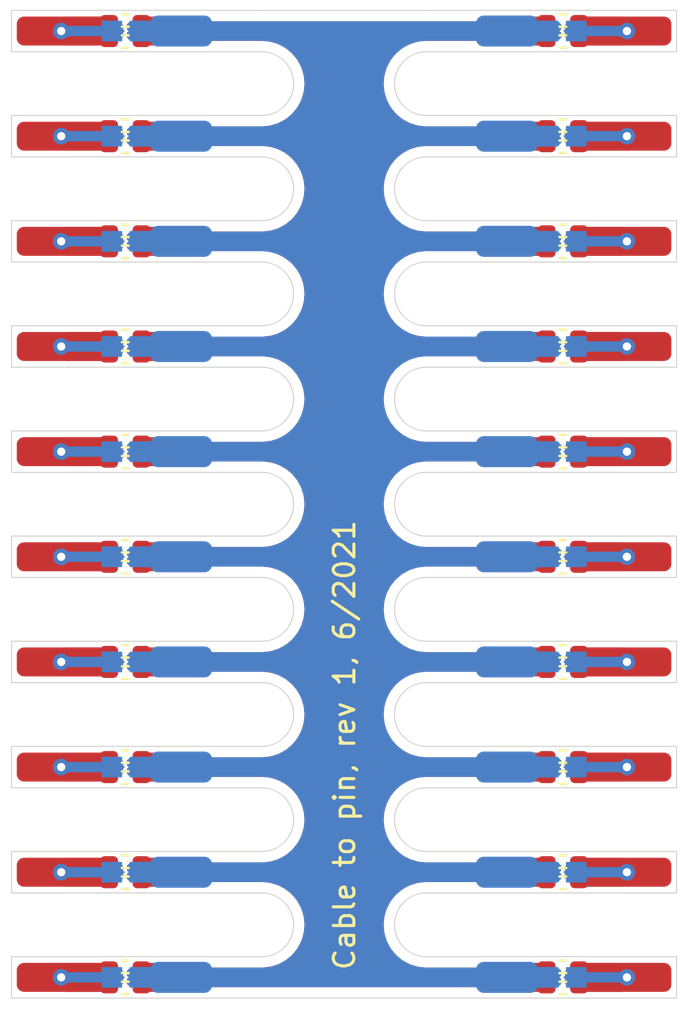
<source format=kicad_pcb>
(kicad_pcb (version 20171130) (host pcbnew 5.1.9-73d0e3b20d~88~ubuntu20.04.1)
  (layers (0 F.Cu signal) (31 B.Cu signal) (34 B.Paste user) (35 F.Paste user) (36 B.SilkS user) (37 F.SilkS user) (38 B.Mask user) (39 F.Mask user) (44 Edge.Cuts user))
  (net 0 "")
  (net 1 "Net-(C1-Pad2)")
  (net 2 "Net-(C1-Pad1)")
  (net 3 "Net-(E1-Pad2)")
  (module oscilloscope-probes:MillMax_0279-0-15 (layer F.Cu) (at 109.66 121.72 180)
    (fp_text reference J1 hide)
    (fp_text value "Pin header" hide)
    (pad 1 smd roundrect (at 0 0 270) (size 1.4 4.3) (layers F.Cu F.Paste F.Mask) (net 1 "Net-(C1-Pad2)"))
  )
  (module oscilloscope-probes:SIMPLE_PAD (layer F.Cu) (at 103.86 121.72 180)
    (fp_text reference J2 hide)
    (fp_text value "To amplifier" hide)
    (pad 1 smd roundrect (at 0 0 180) (size 3 1) (layers F.Cu F.Mask) (net 2 "Net-(C1-Pad1)"))
  )
  (module oscilloscope-probes:SIMPLE_PAD (layer B.Cu) (at 103.86 121.72 180)
    (fp_text reference J3 hide)
    (fp_text value "Shield mount" hide)
    (pad 1 smd roundrect (at 0 0 180) (size 3 1.5) (layers B.Cu B.Mask) (net 3 "Net-(E1-Pad2)"))
  )
  (module Capacitor_SMD:C_0603_1608Metric (layer F.Cu) (at 106.56 75.7)
    (fp_text reference C1 hide)
    (fp_text value 5pF hide)
    (pad 2 smd roundrect (at 0.7875 0) (size 0.875 0.95) (layers F.Cu F.Paste F.Mask) (net 1 "Net-(C1-Pad2)"))
    (pad 1 smd roundrect (at -0.7875 0) (size 0.875 0.95) (layers F.Cu F.Paste F.Mask) (net 2 "Net-(C1-Pad1)"))
  )
  (module oscilloscope-probes:SIMPLE_PAD (layer F.Cu) (at 103.86 106.48 180)
    (fp_text reference J2 hide)
    (fp_text value "To amplifier" hide)
    (pad 1 smd roundrect (at 0 0 180) (size 3 1) (layers F.Cu F.Mask) (net 2 "Net-(C1-Pad1)"))
  )
  (module oscilloscope-probes:SIMPLE_PAD (layer B.Cu) (at 103.86 101.4 180)
    (fp_text reference J3 hide)
    (fp_text value "Shield mount" hide)
    (pad 1 smd roundrect (at 0 0 180) (size 3 1.5) (layers B.Cu B.Mask) (net 3 "Net-(E1-Pad2)"))
  )
  (module Capacitor_SMD:C_0603_1608Metric (layer F.Cu) (at 106.56 76.3)
    (fp_text reference R1 hide)
    (fp_text value "9.53 M" hide)
    (pad 2 smd roundrect (at 0.7875 0) (size 0.875 0.95) (layers F.Cu F.Paste F.Mask) (net 1 "Net-(C1-Pad2)"))
    (pad 1 smd roundrect (at -0.7875 0) (size 0.875 0.95) (layers F.Cu F.Paste F.Mask) (net 2 "Net-(C1-Pad1)"))
  )
  (module oscilloscope-probes:PCB_SPARK_GAP_1mm (layer B.Cu) (at 106.56 76 270)
    (fp_text reference E1 hide)
    (fp_text value SPARK_GAP hide)
    (pad 1 smd rect (at 0.2 -0.16 225) (size 0.2 0.2) (layers B.Cu) (net 1 "Net-(C1-Pad2)"))
    (pad 1 smd rect (at 0 -0.16 225) (size 0.2 0.2) (layers B.Cu) (net 1 "Net-(C1-Pad2)"))
    (pad 1 smd rect (at -0.2 -0.16 225) (size 0.2 0.2) (layers B.Cu) (net 1 "Net-(C1-Pad2)"))
    (pad 1 smd roundrect (at 0 -0.65 270) (size 1 1) (layers B.Cu) (roundrect_rratio 0.05) (net 1 "Net-(C1-Pad2)"))
    (pad 2 smd rect (at 0.3 0.2 225) (size 0.2 0.2) (layers B.Cu) (net 3 "Net-(E1-Pad2)"))
    (pad 2 smd rect (at 0.1 0.2 225) (size 0.2 0.2) (layers B.Cu) (net 3 "Net-(E1-Pad2)"))
    (pad 2 smd rect (at -0.1 0.2 225) (size 0.2 0.2) (layers B.Cu) (net 3 "Net-(E1-Pad2)"))
    (pad 2 smd rect (at -0.3 0.2 225) (size 0.2 0.2) (layers B.Cu) (net 3 "Net-(E1-Pad2)"))
    (pad 2 smd roundrect (at 0 0.7 270) (size 1 1) (layers B.Cu) (roundrect_rratio 0.05) (net 3 "Net-(E1-Pad2)"))
  )
  (module oscilloscope-probes:MillMax_0279-0-15 (layer F.Cu) (at 109.66 86.16 180)
    (fp_text reference J1 hide)
    (fp_text value "Pin header" hide)
    (pad 1 smd roundrect (at 0 0 270) (size 1.4 4.3) (layers F.Cu F.Paste F.Mask) (net 1 "Net-(C1-Pad2)"))
  )
  (module Capacitor_SMD:C_0603_1608Metric (layer F.Cu) (at 106.56 111.86)
    (fp_text reference R1 hide)
    (fp_text value "9.53 M" hide)
    (pad 1 smd roundrect (at -0.7875 0) (size 0.875 0.95) (layers F.Cu F.Paste F.Mask) (net 2 "Net-(C1-Pad1)"))
    (pad 2 smd roundrect (at 0.7875 0) (size 0.875 0.95) (layers F.Cu F.Paste F.Mask) (net 1 "Net-(C1-Pad2)"))
  )
  (module Capacitor_SMD:C_0603_1608Metric (layer F.Cu) (at 106.56 116.94)
    (fp_text reference R1 hide)
    (fp_text value "9.53 M" hide)
    (pad 2 smd roundrect (at 0.7875 0) (size 0.875 0.95) (layers F.Cu F.Paste F.Mask) (net 1 "Net-(C1-Pad2)"))
    (pad 1 smd roundrect (at -0.7875 0) (size 0.875 0.95) (layers F.Cu F.Paste F.Mask) (net 2 "Net-(C1-Pad1)"))
  )
  (module oscilloscope-probes:MillMax_0279-0-15 (layer F.Cu) (at 109.66 81.08 180)
    (fp_text reference J1 hide)
    (fp_text value "Pin header" hide)
    (pad 1 smd roundrect (at 0 0 270) (size 1.4 4.3) (layers F.Cu F.Paste F.Mask) (net 1 "Net-(C1-Pad2)"))
  )
  (module oscilloscope-probes:SIMPLE_PAD (layer B.Cu) (at 103.86 91.24 180)
    (fp_text reference J3 hide)
    (fp_text value "Shield mount" hide)
    (pad 1 smd roundrect (at 0 0 180) (size 3 1.5) (layers B.Cu B.Mask) (net 3 "Net-(E1-Pad2)"))
  )
  (module Capacitor_SMD:C_0603_1608Metric (layer F.Cu) (at 106.56 81.38)
    (fp_text reference R1 hide)
    (fp_text value "9.53 M" hide)
    (pad 1 smd roundrect (at -0.7875 0) (size 0.875 0.95) (layers F.Cu F.Paste F.Mask) (net 2 "Net-(C1-Pad1)"))
    (pad 2 smd roundrect (at 0.7875 0) (size 0.875 0.95) (layers F.Cu F.Paste F.Mask) (net 1 "Net-(C1-Pad2)"))
  )
  (module oscilloscope-probes:PCB_SPARK_GAP_1mm (layer B.Cu) (at 106.56 101.4 270)
    (fp_text reference E1 hide)
    (fp_text value SPARK_GAP hide)
    (pad 2 smd roundrect (at 0 0.7 270) (size 1 1) (layers B.Cu) (roundrect_rratio 0.05) (net 3 "Net-(E1-Pad2)"))
    (pad 2 smd rect (at -0.3 0.2 225) (size 0.2 0.2) (layers B.Cu) (net 3 "Net-(E1-Pad2)"))
    (pad 2 smd rect (at -0.1 0.2 225) (size 0.2 0.2) (layers B.Cu) (net 3 "Net-(E1-Pad2)"))
    (pad 2 smd rect (at 0.1 0.2 225) (size 0.2 0.2) (layers B.Cu) (net 3 "Net-(E1-Pad2)"))
    (pad 2 smd rect (at 0.3 0.2 225) (size 0.2 0.2) (layers B.Cu) (net 3 "Net-(E1-Pad2)"))
    (pad 1 smd roundrect (at 0 -0.65 270) (size 1 1) (layers B.Cu) (roundrect_rratio 0.05) (net 1 "Net-(C1-Pad2)"))
    (pad 1 smd rect (at -0.2 -0.16 225) (size 0.2 0.2) (layers B.Cu) (net 1 "Net-(C1-Pad2)"))
    (pad 1 smd rect (at 0 -0.16 225) (size 0.2 0.2) (layers B.Cu) (net 1 "Net-(C1-Pad2)"))
    (pad 1 smd rect (at 0.2 -0.16 225) (size 0.2 0.2) (layers B.Cu) (net 1 "Net-(C1-Pad2)"))
  )
  (module oscilloscope-probes:MillMax_0279-0-15 (layer F.Cu) (at 109.66 96.32 180)
    (fp_text reference J1 hide)
    (fp_text value "Pin header" hide)
    (pad 1 smd roundrect (at 0 0 270) (size 1.4 4.3) (layers F.Cu F.Paste F.Mask) (net 1 "Net-(C1-Pad2)"))
  )
  (module oscilloscope-probes:SIMPLE_PAD (layer B.Cu) (at 103.86 111.56 180)
    (fp_text reference J3 hide)
    (fp_text value "Shield mount" hide)
    (pad 1 smd roundrect (at 0 0 180) (size 3 1.5) (layers B.Cu B.Mask) (net 3 "Net-(E1-Pad2)"))
  )
  (module oscilloscope-probes:SIMPLE_PAD (layer B.Cu) (at 103.86 76 180)
    (fp_text reference J3 hide)
    (fp_text value "Shield mount" hide)
    (pad 1 smd roundrect (at 0 0 180) (size 3 1.5) (layers B.Cu B.Mask) (net 3 "Net-(E1-Pad2)"))
  )
  (module oscilloscope-probes:PCB_SPARK_GAP_1mm (layer B.Cu) (at 106.56 86.16 270)
    (fp_text reference E1 hide)
    (fp_text value SPARK_GAP hide)
    (pad 1 smd rect (at 0.2 -0.16 225) (size 0.2 0.2) (layers B.Cu) (net 1 "Net-(C1-Pad2)"))
    (pad 1 smd rect (at 0 -0.16 225) (size 0.2 0.2) (layers B.Cu) (net 1 "Net-(C1-Pad2)"))
    (pad 1 smd rect (at -0.2 -0.16 225) (size 0.2 0.2) (layers B.Cu) (net 1 "Net-(C1-Pad2)"))
    (pad 1 smd roundrect (at 0 -0.65 270) (size 1 1) (layers B.Cu) (roundrect_rratio 0.05) (net 1 "Net-(C1-Pad2)"))
    (pad 2 smd rect (at 0.3 0.2 225) (size 0.2 0.2) (layers B.Cu) (net 3 "Net-(E1-Pad2)"))
    (pad 2 smd rect (at 0.1 0.2 225) (size 0.2 0.2) (layers B.Cu) (net 3 "Net-(E1-Pad2)"))
    (pad 2 smd rect (at -0.1 0.2 225) (size 0.2 0.2) (layers B.Cu) (net 3 "Net-(E1-Pad2)"))
    (pad 2 smd rect (at -0.3 0.2 225) (size 0.2 0.2) (layers B.Cu) (net 3 "Net-(E1-Pad2)"))
    (pad 2 smd roundrect (at 0 0.7 270) (size 1 1) (layers B.Cu) (roundrect_rratio 0.05) (net 3 "Net-(E1-Pad2)"))
  )
  (module Capacitor_SMD:C_0603_1608Metric (layer F.Cu) (at 106.56 91.54)
    (fp_text reference R1 hide)
    (fp_text value "9.53 M" hide)
    (pad 1 smd roundrect (at -0.7875 0) (size 0.875 0.95) (layers F.Cu F.Paste F.Mask) (net 2 "Net-(C1-Pad1)"))
    (pad 2 smd roundrect (at 0.7875 0) (size 0.875 0.95) (layers F.Cu F.Paste F.Mask) (net 1 "Net-(C1-Pad2)"))
  )
  (module oscilloscope-probes:PCB_SPARK_GAP_1mm (layer B.Cu) (at 106.56 81.08 270)
    (fp_text reference E1 hide)
    (fp_text value SPARK_GAP hide)
    (pad 2 smd roundrect (at 0 0.7 270) (size 1 1) (layers B.Cu) (roundrect_rratio 0.05) (net 3 "Net-(E1-Pad2)"))
    (pad 2 smd rect (at -0.3 0.2 225) (size 0.2 0.2) (layers B.Cu) (net 3 "Net-(E1-Pad2)"))
    (pad 2 smd rect (at -0.1 0.2 225) (size 0.2 0.2) (layers B.Cu) (net 3 "Net-(E1-Pad2)"))
    (pad 2 smd rect (at 0.1 0.2 225) (size 0.2 0.2) (layers B.Cu) (net 3 "Net-(E1-Pad2)"))
    (pad 2 smd rect (at 0.3 0.2 225) (size 0.2 0.2) (layers B.Cu) (net 3 "Net-(E1-Pad2)"))
    (pad 1 smd roundrect (at 0 -0.65 270) (size 1 1) (layers B.Cu) (roundrect_rratio 0.05) (net 1 "Net-(C1-Pad2)"))
    (pad 1 smd rect (at -0.2 -0.16 225) (size 0.2 0.2) (layers B.Cu) (net 1 "Net-(C1-Pad2)"))
    (pad 1 smd rect (at 0 -0.16 225) (size 0.2 0.2) (layers B.Cu) (net 1 "Net-(C1-Pad2)"))
    (pad 1 smd rect (at 0.2 -0.16 225) (size 0.2 0.2) (layers B.Cu) (net 1 "Net-(C1-Pad2)"))
  )
  (module oscilloscope-probes:SIMPLE_PAD (layer B.Cu) (at 103.86 86.16 180)
    (fp_text reference J3 hide)
    (fp_text value "Shield mount" hide)
    (pad 1 smd roundrect (at 0 0 180) (size 3 1.5) (layers B.Cu B.Mask) (net 3 "Net-(E1-Pad2)"))
  )
  (module oscilloscope-probes:PCB_SPARK_GAP_1mm (layer B.Cu) (at 106.56 121.72 270)
    (fp_text reference E1 hide)
    (fp_text value SPARK_GAP hide)
    (pad 2 smd roundrect (at 0 0.7 270) (size 1 1) (layers B.Cu) (roundrect_rratio 0.05) (net 3 "Net-(E1-Pad2)"))
    (pad 2 smd rect (at -0.3 0.2 225) (size 0.2 0.2) (layers B.Cu) (net 3 "Net-(E1-Pad2)"))
    (pad 2 smd rect (at -0.1 0.2 225) (size 0.2 0.2) (layers B.Cu) (net 3 "Net-(E1-Pad2)"))
    (pad 2 smd rect (at 0.1 0.2 225) (size 0.2 0.2) (layers B.Cu) (net 3 "Net-(E1-Pad2)"))
    (pad 2 smd rect (at 0.3 0.2 225) (size 0.2 0.2) (layers B.Cu) (net 3 "Net-(E1-Pad2)"))
    (pad 1 smd roundrect (at 0 -0.65 270) (size 1 1) (layers B.Cu) (roundrect_rratio 0.05) (net 1 "Net-(C1-Pad2)"))
    (pad 1 smd rect (at -0.2 -0.16 225) (size 0.2 0.2) (layers B.Cu) (net 1 "Net-(C1-Pad2)"))
    (pad 1 smd rect (at 0 -0.16 225) (size 0.2 0.2) (layers B.Cu) (net 1 "Net-(C1-Pad2)"))
    (pad 1 smd rect (at 0.2 -0.16 225) (size 0.2 0.2) (layers B.Cu) (net 1 "Net-(C1-Pad2)"))
  )
  (module oscilloscope-probes:MillMax_0279-0-15 (layer F.Cu) (at 109.66 101.4 180)
    (fp_text reference J1 hide)
    (fp_text value "Pin header" hide)
    (pad 1 smd roundrect (at 0 0 270) (size 1.4 4.3) (layers F.Cu F.Paste F.Mask) (net 1 "Net-(C1-Pad2)"))
  )
  (module oscilloscope-probes:SIMPLE_PAD (layer B.Cu) (at 103.86 106.48 180)
    (fp_text reference J3 hide)
    (fp_text value "Shield mount" hide)
    (pad 1 smd roundrect (at 0 0 180) (size 3 1.5) (layers B.Cu B.Mask) (net 3 "Net-(E1-Pad2)"))
  )
  (module oscilloscope-probes:MillMax_0279-0-15 (layer F.Cu) (at 109.66 116.64 180)
    (fp_text reference J1 hide)
    (fp_text value "Pin header" hide)
    (pad 1 smd roundrect (at 0 0 270) (size 1.4 4.3) (layers F.Cu F.Paste F.Mask) (net 1 "Net-(C1-Pad2)"))
  )
  (module Capacitor_SMD:C_0603_1608Metric (layer F.Cu) (at 106.56 111.26)
    (fp_text reference C1 hide)
    (fp_text value 5pF hide)
    (pad 1 smd roundrect (at -0.7875 0) (size 0.875 0.95) (layers F.Cu F.Paste F.Mask) (net 2 "Net-(C1-Pad1)"))
    (pad 2 smd roundrect (at 0.7875 0) (size 0.875 0.95) (layers F.Cu F.Paste F.Mask) (net 1 "Net-(C1-Pad2)"))
  )
  (module Capacitor_SMD:C_0603_1608Metric (layer F.Cu) (at 106.56 96.02)
    (fp_text reference C1 hide)
    (fp_text value 5pF hide)
    (pad 2 smd roundrect (at 0.7875 0) (size 0.875 0.95) (layers F.Cu F.Paste F.Mask) (net 1 "Net-(C1-Pad2)"))
    (pad 1 smd roundrect (at -0.7875 0) (size 0.875 0.95) (layers F.Cu F.Paste F.Mask) (net 2 "Net-(C1-Pad1)"))
  )
  (module Capacitor_SMD:C_0603_1608Metric (layer F.Cu) (at 106.56 80.78)
    (fp_text reference C1 hide)
    (fp_text value 5pF hide)
    (pad 1 smd roundrect (at -0.7875 0) (size 0.875 0.95) (layers F.Cu F.Paste F.Mask) (net 2 "Net-(C1-Pad1)"))
    (pad 2 smd roundrect (at 0.7875 0) (size 0.875 0.95) (layers F.Cu F.Paste F.Mask) (net 1 "Net-(C1-Pad2)"))
  )
  (module oscilloscope-probes:MillMax_0279-0-15 (layer F.Cu) (at 109.66 76 180)
    (fp_text reference J1 hide)
    (fp_text value "Pin header" hide)
    (pad 1 smd roundrect (at 0 0 270) (size 1.4 4.3) (layers F.Cu F.Paste F.Mask) (net 1 "Net-(C1-Pad2)"))
  )
  (module Capacitor_SMD:C_0603_1608Metric (layer F.Cu) (at 106.56 106.78)
    (fp_text reference R1 hide)
    (fp_text value "9.53 M" hide)
    (pad 2 smd roundrect (at 0.7875 0) (size 0.875 0.95) (layers F.Cu F.Paste F.Mask) (net 1 "Net-(C1-Pad2)"))
    (pad 1 smd roundrect (at -0.7875 0) (size 0.875 0.95) (layers F.Cu F.Paste F.Mask) (net 2 "Net-(C1-Pad1)"))
  )
  (module oscilloscope-probes:SIMPLE_PAD (layer F.Cu) (at 103.86 111.56 180)
    (fp_text reference J2 hide)
    (fp_text value "To amplifier" hide)
    (pad 1 smd roundrect (at 0 0 180) (size 3 1) (layers F.Cu F.Mask) (net 2 "Net-(C1-Pad1)"))
  )
  (module oscilloscope-probes:MillMax_0279-0-15 (layer F.Cu) (at 109.66 111.56 180)
    (fp_text reference J1 hide)
    (fp_text value "Pin header" hide)
    (pad 1 smd roundrect (at 0 0 270) (size 1.4 4.3) (layers F.Cu F.Paste F.Mask) (net 1 "Net-(C1-Pad2)"))
  )
  (module oscilloscope-probes:MillMax_0279-0-15 (layer F.Cu) (at 109.66 91.24 180)
    (fp_text reference J1 hide)
    (fp_text value "Pin header" hide)
    (pad 1 smd roundrect (at 0 0 270) (size 1.4 4.3) (layers F.Cu F.Paste F.Mask) (net 1 "Net-(C1-Pad2)"))
  )
  (module Capacitor_SMD:C_0603_1608Metric (layer F.Cu) (at 106.56 101.1)
    (fp_text reference C1 hide)
    (fp_text value 5pF hide)
    (pad 1 smd roundrect (at -0.7875 0) (size 0.875 0.95) (layers F.Cu F.Paste F.Mask) (net 2 "Net-(C1-Pad1)"))
    (pad 2 smd roundrect (at 0.7875 0) (size 0.875 0.95) (layers F.Cu F.Paste F.Mask) (net 1 "Net-(C1-Pad2)"))
  )
  (module oscilloscope-probes:PCB_SPARK_GAP_1mm (layer B.Cu) (at 106.56 111.56 270)
    (fp_text reference E1 hide)
    (fp_text value SPARK_GAP hide)
    (pad 2 smd roundrect (at 0 0.7 270) (size 1 1) (layers B.Cu) (roundrect_rratio 0.05) (net 3 "Net-(E1-Pad2)"))
    (pad 2 smd rect (at -0.3 0.2 225) (size 0.2 0.2) (layers B.Cu) (net 3 "Net-(E1-Pad2)"))
    (pad 2 smd rect (at -0.1 0.2 225) (size 0.2 0.2) (layers B.Cu) (net 3 "Net-(E1-Pad2)"))
    (pad 2 smd rect (at 0.1 0.2 225) (size 0.2 0.2) (layers B.Cu) (net 3 "Net-(E1-Pad2)"))
    (pad 2 smd rect (at 0.3 0.2 225) (size 0.2 0.2) (layers B.Cu) (net 3 "Net-(E1-Pad2)"))
    (pad 1 smd roundrect (at 0 -0.65 270) (size 1 1) (layers B.Cu) (roundrect_rratio 0.05) (net 1 "Net-(C1-Pad2)"))
    (pad 1 smd rect (at -0.2 -0.16 225) (size 0.2 0.2) (layers B.Cu) (net 1 "Net-(C1-Pad2)"))
    (pad 1 smd rect (at 0 -0.16 225) (size 0.2 0.2) (layers B.Cu) (net 1 "Net-(C1-Pad2)"))
    (pad 1 smd rect (at 0.2 -0.16 225) (size 0.2 0.2) (layers B.Cu) (net 1 "Net-(C1-Pad2)"))
  )
  (module Capacitor_SMD:C_0603_1608Metric (layer F.Cu) (at 106.56 90.94)
    (fp_text reference C1 hide)
    (fp_text value 5pF hide)
    (pad 1 smd roundrect (at -0.7875 0) (size 0.875 0.95) (layers F.Cu F.Paste F.Mask) (net 2 "Net-(C1-Pad1)"))
    (pad 2 smd roundrect (at 0.7875 0) (size 0.875 0.95) (layers F.Cu F.Paste F.Mask) (net 1 "Net-(C1-Pad2)"))
  )
  (module Capacitor_SMD:C_0603_1608Metric (layer F.Cu) (at 106.56 116.34)
    (fp_text reference C1 hide)
    (fp_text value 5pF hide)
    (pad 2 smd roundrect (at 0.7875 0) (size 0.875 0.95) (layers F.Cu F.Paste F.Mask) (net 1 "Net-(C1-Pad2)"))
    (pad 1 smd roundrect (at -0.7875 0) (size 0.875 0.95) (layers F.Cu F.Paste F.Mask) (net 2 "Net-(C1-Pad1)"))
  )
  (module oscilloscope-probes:SIMPLE_PAD (layer F.Cu) (at 103.86 116.64 180)
    (fp_text reference J2 hide)
    (fp_text value "To amplifier" hide)
    (pad 1 smd roundrect (at 0 0 180) (size 3 1) (layers F.Cu F.Mask) (net 2 "Net-(C1-Pad1)"))
  )
  (module oscilloscope-probes:PCB_SPARK_GAP_1mm (layer B.Cu) (at 106.56 96.32 270)
    (fp_text reference E1 hide)
    (fp_text value SPARK_GAP hide)
    (pad 1 smd rect (at 0.2 -0.16 225) (size 0.2 0.2) (layers B.Cu) (net 1 "Net-(C1-Pad2)"))
    (pad 1 smd rect (at 0 -0.16 225) (size 0.2 0.2) (layers B.Cu) (net 1 "Net-(C1-Pad2)"))
    (pad 1 smd rect (at -0.2 -0.16 225) (size 0.2 0.2) (layers B.Cu) (net 1 "Net-(C1-Pad2)"))
    (pad 1 smd roundrect (at 0 -0.65 270) (size 1 1) (layers B.Cu) (roundrect_rratio 0.05) (net 1 "Net-(C1-Pad2)"))
    (pad 2 smd rect (at 0.3 0.2 225) (size 0.2 0.2) (layers B.Cu) (net 3 "Net-(E1-Pad2)"))
    (pad 2 smd rect (at 0.1 0.2 225) (size 0.2 0.2) (layers B.Cu) (net 3 "Net-(E1-Pad2)"))
    (pad 2 smd rect (at -0.1 0.2 225) (size 0.2 0.2) (layers B.Cu) (net 3 "Net-(E1-Pad2)"))
    (pad 2 smd rect (at -0.3 0.2 225) (size 0.2 0.2) (layers B.Cu) (net 3 "Net-(E1-Pad2)"))
    (pad 2 smd roundrect (at 0 0.7 270) (size 1 1) (layers B.Cu) (roundrect_rratio 0.05) (net 3 "Net-(E1-Pad2)"))
  )
  (module oscilloscope-probes:SIMPLE_PAD (layer B.Cu) (at 103.86 116.64 180)
    (fp_text reference J3 hide)
    (fp_text value "Shield mount" hide)
    (pad 1 smd roundrect (at 0 0 180) (size 3 1.5) (layers B.Cu B.Mask) (net 3 "Net-(E1-Pad2)"))
  )
  (module oscilloscope-probes:MillMax_0279-0-15 (layer F.Cu) (at 109.66 106.48 180)
    (fp_text reference J1 hide)
    (fp_text value "Pin header" hide)
    (pad 1 smd roundrect (at 0 0 270) (size 1.4 4.3) (layers F.Cu F.Paste F.Mask) (net 1 "Net-(C1-Pad2)"))
  )
  (module oscilloscope-probes:SIMPLE_PAD (layer F.Cu) (at 103.86 91.24 180)
    (fp_text reference J2 hide)
    (fp_text value "To amplifier" hide)
    (pad 1 smd roundrect (at 0 0 180) (size 3 1) (layers F.Cu F.Mask) (net 2 "Net-(C1-Pad1)"))
  )
  (module oscilloscope-probes:SIMPLE_PAD (layer F.Cu) (at 103.86 86.16 180)
    (fp_text reference J2 hide)
    (fp_text value "To amplifier" hide)
    (pad 1 smd roundrect (at 0 0 180) (size 3 1) (layers F.Cu F.Mask) (net 2 "Net-(C1-Pad1)"))
  )
  (module oscilloscope-probes:SIMPLE_PAD (layer F.Cu) (at 103.86 101.4 180)
    (fp_text reference J2 hide)
    (fp_text value "To amplifier" hide)
    (pad 1 smd roundrect (at 0 0 180) (size 3 1) (layers F.Cu F.Mask) (net 2 "Net-(C1-Pad1)"))
  )
  (module oscilloscope-probes:SIMPLE_PAD (layer B.Cu) (at 103.86 81.08 180)
    (fp_text reference J3 hide)
    (fp_text value "Shield mount" hide)
    (pad 1 smd roundrect (at 0 0 180) (size 3 1.5) (layers B.Cu B.Mask) (net 3 "Net-(E1-Pad2)"))
  )
  (module Capacitor_SMD:C_0603_1608Metric (layer F.Cu) (at 106.56 86.46)
    (fp_text reference R1 hide)
    (fp_text value "9.53 M" hide)
    (pad 2 smd roundrect (at 0.7875 0) (size 0.875 0.95) (layers F.Cu F.Paste F.Mask) (net 1 "Net-(C1-Pad2)"))
    (pad 1 smd roundrect (at -0.7875 0) (size 0.875 0.95) (layers F.Cu F.Paste F.Mask) (net 2 "Net-(C1-Pad1)"))
  )
  (module oscilloscope-probes:SIMPLE_PAD (layer F.Cu) (at 103.86 96.32 180)
    (fp_text reference J2 hide)
    (fp_text value "To amplifier" hide)
    (pad 1 smd roundrect (at 0 0 180) (size 3 1) (layers F.Cu F.Mask) (net 2 "Net-(C1-Pad1)"))
  )
  (module Capacitor_SMD:C_0603_1608Metric (layer F.Cu) (at 106.56 106.18)
    (fp_text reference C1 hide)
    (fp_text value 5pF hide)
    (pad 2 smd roundrect (at 0.7875 0) (size 0.875 0.95) (layers F.Cu F.Paste F.Mask) (net 1 "Net-(C1-Pad2)"))
    (pad 1 smd roundrect (at -0.7875 0) (size 0.875 0.95) (layers F.Cu F.Paste F.Mask) (net 2 "Net-(C1-Pad1)"))
  )
  (module Capacitor_SMD:C_0603_1608Metric (layer F.Cu) (at 106.56 122.02)
    (fp_text reference R1 hide)
    (fp_text value "9.53 M" hide)
    (pad 1 smd roundrect (at -0.7875 0) (size 0.875 0.95) (layers F.Cu F.Paste F.Mask) (net 2 "Net-(C1-Pad1)"))
    (pad 2 smd roundrect (at 0.7875 0) (size 0.875 0.95) (layers F.Cu F.Paste F.Mask) (net 1 "Net-(C1-Pad2)"))
  )
  (module oscilloscope-probes:PCB_SPARK_GAP_1mm (layer B.Cu) (at 106.56 91.24 270)
    (fp_text reference E1 hide)
    (fp_text value SPARK_GAP hide)
    (pad 2 smd roundrect (at 0 0.7 270) (size 1 1) (layers B.Cu) (roundrect_rratio 0.05) (net 3 "Net-(E1-Pad2)"))
    (pad 2 smd rect (at -0.3 0.2 225) (size 0.2 0.2) (layers B.Cu) (net 3 "Net-(E1-Pad2)"))
    (pad 2 smd rect (at -0.1 0.2 225) (size 0.2 0.2) (layers B.Cu) (net 3 "Net-(E1-Pad2)"))
    (pad 2 smd rect (at 0.1 0.2 225) (size 0.2 0.2) (layers B.Cu) (net 3 "Net-(E1-Pad2)"))
    (pad 2 smd rect (at 0.3 0.2 225) (size 0.2 0.2) (layers B.Cu) (net 3 "Net-(E1-Pad2)"))
    (pad 1 smd roundrect (at 0 -0.65 270) (size 1 1) (layers B.Cu) (roundrect_rratio 0.05) (net 1 "Net-(C1-Pad2)"))
    (pad 1 smd rect (at -0.2 -0.16 225) (size 0.2 0.2) (layers B.Cu) (net 1 "Net-(C1-Pad2)"))
    (pad 1 smd rect (at 0 -0.16 225) (size 0.2 0.2) (layers B.Cu) (net 1 "Net-(C1-Pad2)"))
    (pad 1 smd rect (at 0.2 -0.16 225) (size 0.2 0.2) (layers B.Cu) (net 1 "Net-(C1-Pad2)"))
  )
  (module oscilloscope-probes:PCB_SPARK_GAP_1mm (layer B.Cu) (at 106.56 106.48 270)
    (fp_text reference E1 hide)
    (fp_text value SPARK_GAP hide)
    (pad 1 smd rect (at 0.2 -0.16 225) (size 0.2 0.2) (layers B.Cu) (net 1 "Net-(C1-Pad2)"))
    (pad 1 smd rect (at 0 -0.16 225) (size 0.2 0.2) (layers B.Cu) (net 1 "Net-(C1-Pad2)"))
    (pad 1 smd rect (at -0.2 -0.16 225) (size 0.2 0.2) (layers B.Cu) (net 1 "Net-(C1-Pad2)"))
    (pad 1 smd roundrect (at 0 -0.65 270) (size 1 1) (layers B.Cu) (roundrect_rratio 0.05) (net 1 "Net-(C1-Pad2)"))
    (pad 2 smd rect (at 0.3 0.2 225) (size 0.2 0.2) (layers B.Cu) (net 3 "Net-(E1-Pad2)"))
    (pad 2 smd rect (at 0.1 0.2 225) (size 0.2 0.2) (layers B.Cu) (net 3 "Net-(E1-Pad2)"))
    (pad 2 smd rect (at -0.1 0.2 225) (size 0.2 0.2) (layers B.Cu) (net 3 "Net-(E1-Pad2)"))
    (pad 2 smd rect (at -0.3 0.2 225) (size 0.2 0.2) (layers B.Cu) (net 3 "Net-(E1-Pad2)"))
    (pad 2 smd roundrect (at 0 0.7 270) (size 1 1) (layers B.Cu) (roundrect_rratio 0.05) (net 3 "Net-(E1-Pad2)"))
  )
  (module oscilloscope-probes:SIMPLE_PAD (layer F.Cu) (at 103.86 76 180)
    (fp_text reference J2 hide)
    (fp_text value "To amplifier" hide)
    (pad 1 smd roundrect (at 0 0 180) (size 3 1) (layers F.Cu F.Mask) (net 2 "Net-(C1-Pad1)"))
  )
  (module oscilloscope-probes:PCB_SPARK_GAP_1mm (layer B.Cu) (at 106.56 116.64 270)
    (fp_text reference E1 hide)
    (fp_text value SPARK_GAP hide)
    (pad 1 smd rect (at 0.2 -0.16 225) (size 0.2 0.2) (layers B.Cu) (net 1 "Net-(C1-Pad2)"))
    (pad 1 smd rect (at 0 -0.16 225) (size 0.2 0.2) (layers B.Cu) (net 1 "Net-(C1-Pad2)"))
    (pad 1 smd rect (at -0.2 -0.16 225) (size 0.2 0.2) (layers B.Cu) (net 1 "Net-(C1-Pad2)"))
    (pad 1 smd roundrect (at 0 -0.65 270) (size 1 1) (layers B.Cu) (roundrect_rratio 0.05) (net 1 "Net-(C1-Pad2)"))
    (pad 2 smd rect (at 0.3 0.2 225) (size 0.2 0.2) (layers B.Cu) (net 3 "Net-(E1-Pad2)"))
    (pad 2 smd rect (at 0.1 0.2 225) (size 0.2 0.2) (layers B.Cu) (net 3 "Net-(E1-Pad2)"))
    (pad 2 smd rect (at -0.1 0.2 225) (size 0.2 0.2) (layers B.Cu) (net 3 "Net-(E1-Pad2)"))
    (pad 2 smd rect (at -0.3 0.2 225) (size 0.2 0.2) (layers B.Cu) (net 3 "Net-(E1-Pad2)"))
    (pad 2 smd roundrect (at 0 0.7 270) (size 1 1) (layers B.Cu) (roundrect_rratio 0.05) (net 3 "Net-(E1-Pad2)"))
  )
  (module oscilloscope-probes:SIMPLE_PAD (layer F.Cu) (at 103.86 81.08 180)
    (fp_text reference J2 hide)
    (fp_text value "To amplifier" hide)
    (pad 1 smd roundrect (at 0 0 180) (size 3 1) (layers F.Cu F.Mask) (net 2 "Net-(C1-Pad1)"))
  )
  (module Capacitor_SMD:C_0603_1608Metric (layer F.Cu) (at 106.56 101.7)
    (fp_text reference R1 hide)
    (fp_text value "9.53 M" hide)
    (pad 1 smd roundrect (at -0.7875 0) (size 0.875 0.95) (layers F.Cu F.Paste F.Mask) (net 2 "Net-(C1-Pad1)"))
    (pad 2 smd roundrect (at 0.7875 0) (size 0.875 0.95) (layers F.Cu F.Paste F.Mask) (net 1 "Net-(C1-Pad2)"))
  )
  (module Capacitor_SMD:C_0603_1608Metric (layer F.Cu) (at 106.56 121.42)
    (fp_text reference C1 hide)
    (fp_text value 5pF hide)
    (pad 1 smd roundrect (at -0.7875 0) (size 0.875 0.95) (layers F.Cu F.Paste F.Mask) (net 2 "Net-(C1-Pad1)"))
    (pad 2 smd roundrect (at 0.7875 0) (size 0.875 0.95) (layers F.Cu F.Paste F.Mask) (net 1 "Net-(C1-Pad2)"))
  )
  (module Capacitor_SMD:C_0603_1608Metric (layer F.Cu) (at 106.56 85.86)
    (fp_text reference C1 hide)
    (fp_text value 5pF hide)
    (pad 2 smd roundrect (at 0.7875 0) (size 0.875 0.95) (layers F.Cu F.Paste F.Mask) (net 1 "Net-(C1-Pad2)"))
    (pad 1 smd roundrect (at -0.7875 0) (size 0.875 0.95) (layers F.Cu F.Paste F.Mask) (net 2 "Net-(C1-Pad1)"))
  )
  (module oscilloscope-probes:SIMPLE_PAD (layer B.Cu) (at 103.86 96.32 180)
    (fp_text reference J3 hide)
    (fp_text value "Shield mount" hide)
    (pad 1 smd roundrect (at 0 0 180) (size 3 1.5) (layers B.Cu B.Mask) (net 3 "Net-(E1-Pad2)"))
  )
  (module Capacitor_SMD:C_0603_1608Metric (layer F.Cu) (at 106.56 96.62)
    (fp_text reference R1 hide)
    (fp_text value "9.53 M" hide)
    (pad 2 smd roundrect (at 0.7875 0) (size 0.875 0.95) (layers F.Cu F.Paste F.Mask) (net 1 "Net-(C1-Pad2)"))
    (pad 1 smd roundrect (at -0.7875 0) (size 0.875 0.95) (layers F.Cu F.Paste F.Mask) (net 2 "Net-(C1-Pad1)"))
  )
  (module oscilloscope-probes:SIMPLE_PAD (layer B.Cu) (at 88.1 111.56)
    (fp_text reference J3 hide)
    (fp_text value "Shield mount" hide)
    (pad 1 smd roundrect (at 0 0) (size 3 1.5) (layers B.Cu B.Mask) (net 3 "Net-(E1-Pad2)"))
  )
  (module oscilloscope-probes:SIMPLE_PAD (layer B.Cu) (at 88.1 121.72)
    (fp_text reference J3 hide)
    (fp_text value "Shield mount" hide)
    (pad 1 smd roundrect (at 0 0) (size 3 1.5) (layers B.Cu B.Mask) (net 3 "Net-(E1-Pad2)"))
  )
  (module oscilloscope-probes:PCB_SPARK_GAP_1mm (layer B.Cu) (at 85.4 111.56 90)
    (fp_text reference E1 hide)
    (fp_text value SPARK_GAP hide)
    (pad 2 smd roundrect (at 0 0.7 90) (size 1 1) (layers B.Cu) (roundrect_rratio 0.05) (net 3 "Net-(E1-Pad2)"))
    (pad 2 smd rect (at -0.3 0.2 45) (size 0.2 0.2) (layers B.Cu) (net 3 "Net-(E1-Pad2)"))
    (pad 2 smd rect (at -0.1 0.2 45) (size 0.2 0.2) (layers B.Cu) (net 3 "Net-(E1-Pad2)"))
    (pad 2 smd rect (at 0.1 0.2 45) (size 0.2 0.2) (layers B.Cu) (net 3 "Net-(E1-Pad2)"))
    (pad 2 smd rect (at 0.3 0.2 45) (size 0.2 0.2) (layers B.Cu) (net 3 "Net-(E1-Pad2)"))
    (pad 1 smd roundrect (at 0 -0.65 90) (size 1 1) (layers B.Cu) (roundrect_rratio 0.05) (net 1 "Net-(C1-Pad2)"))
    (pad 1 smd rect (at -0.2 -0.16 45) (size 0.2 0.2) (layers B.Cu) (net 1 "Net-(C1-Pad2)"))
    (pad 1 smd rect (at 0 -0.16 45) (size 0.2 0.2) (layers B.Cu) (net 1 "Net-(C1-Pad2)"))
    (pad 1 smd rect (at 0.2 -0.16 45) (size 0.2 0.2) (layers B.Cu) (net 1 "Net-(C1-Pad2)"))
  )
  (module oscilloscope-probes:MillMax_0279-0-15 (layer F.Cu) (at 82.3 116.64)
    (fp_text reference J1 hide)
    (fp_text value "Pin header" hide)
    (pad 1 smd roundrect (at 0 0 90) (size 1.4 4.3) (layers F.Cu F.Paste F.Mask) (net 1 "Net-(C1-Pad2)"))
  )
  (module Capacitor_SMD:C_0603_1608Metric (layer F.Cu) (at 85.4 121.42 180)
    (fp_text reference R1 hide)
    (fp_text value "9.53 M" hide)
    (pad 1 smd roundrect (at -0.7875 0 180) (size 0.875 0.95) (layers F.Cu F.Paste F.Mask) (net 2 "Net-(C1-Pad1)"))
    (pad 2 smd roundrect (at 0.7875 0 180) (size 0.875 0.95) (layers F.Cu F.Paste F.Mask) (net 1 "Net-(C1-Pad2)"))
  )
  (module oscilloscope-probes:MillMax_0279-0-15 (layer F.Cu) (at 82.3 111.56)
    (fp_text reference J1 hide)
    (fp_text value "Pin header" hide)
    (pad 1 smd roundrect (at 0 0 90) (size 1.4 4.3) (layers F.Cu F.Paste F.Mask) (net 1 "Net-(C1-Pad2)"))
  )
  (module Capacitor_SMD:C_0603_1608Metric (layer F.Cu) (at 85.4 116.94 180)
    (fp_text reference C1 hide)
    (fp_text value 5pF hide)
    (pad 2 smd roundrect (at 0.7875 0 180) (size 0.875 0.95) (layers F.Cu F.Paste F.Mask) (net 1 "Net-(C1-Pad2)"))
    (pad 1 smd roundrect (at -0.7875 0 180) (size 0.875 0.95) (layers F.Cu F.Paste F.Mask) (net 2 "Net-(C1-Pad1)"))
  )
  (module oscilloscope-probes:MillMax_0279-0-15 (layer F.Cu) (at 82.3 121.72)
    (fp_text reference J1 hide)
    (fp_text value "Pin header" hide)
    (pad 1 smd roundrect (at 0 0 90) (size 1.4 4.3) (layers F.Cu F.Paste F.Mask) (net 1 "Net-(C1-Pad2)"))
  )
  (module Capacitor_SMD:C_0603_1608Metric (layer F.Cu) (at 85.4 111.86 180)
    (fp_text reference C1 hide)
    (fp_text value 5pF hide)
    (pad 1 smd roundrect (at -0.7875 0 180) (size 0.875 0.95) (layers F.Cu F.Paste F.Mask) (net 2 "Net-(C1-Pad1)"))
    (pad 2 smd roundrect (at 0.7875 0 180) (size 0.875 0.95) (layers F.Cu F.Paste F.Mask) (net 1 "Net-(C1-Pad2)"))
  )
  (module Capacitor_SMD:C_0603_1608Metric (layer F.Cu) (at 85.4 122.02 180)
    (fp_text reference C1 hide)
    (fp_text value 5pF hide)
    (pad 1 smd roundrect (at -0.7875 0 180) (size 0.875 0.95) (layers F.Cu F.Paste F.Mask) (net 2 "Net-(C1-Pad1)"))
    (pad 2 smd roundrect (at 0.7875 0 180) (size 0.875 0.95) (layers F.Cu F.Paste F.Mask) (net 1 "Net-(C1-Pad2)"))
  )
  (module oscilloscope-probes:PCB_SPARK_GAP_1mm (layer B.Cu) (at 85.4 116.64 90)
    (fp_text reference E1 hide)
    (fp_text value SPARK_GAP hide)
    (pad 1 smd rect (at 0.2 -0.16 45) (size 0.2 0.2) (layers B.Cu) (net 1 "Net-(C1-Pad2)"))
    (pad 1 smd rect (at 0 -0.16 45) (size 0.2 0.2) (layers B.Cu) (net 1 "Net-(C1-Pad2)"))
    (pad 1 smd rect (at -0.2 -0.16 45) (size 0.2 0.2) (layers B.Cu) (net 1 "Net-(C1-Pad2)"))
    (pad 1 smd roundrect (at 0 -0.65 90) (size 1 1) (layers B.Cu) (roundrect_rratio 0.05) (net 1 "Net-(C1-Pad2)"))
    (pad 2 smd rect (at 0.3 0.2 45) (size 0.2 0.2) (layers B.Cu) (net 3 "Net-(E1-Pad2)"))
    (pad 2 smd rect (at 0.1 0.2 45) (size 0.2 0.2) (layers B.Cu) (net 3 "Net-(E1-Pad2)"))
    (pad 2 smd rect (at -0.1 0.2 45) (size 0.2 0.2) (layers B.Cu) (net 3 "Net-(E1-Pad2)"))
    (pad 2 smd rect (at -0.3 0.2 45) (size 0.2 0.2) (layers B.Cu) (net 3 "Net-(E1-Pad2)"))
    (pad 2 smd roundrect (at 0 0.7 90) (size 1 1) (layers B.Cu) (roundrect_rratio 0.05) (net 3 "Net-(E1-Pad2)"))
  )
  (module oscilloscope-probes:SIMPLE_PAD (layer F.Cu) (at 88.1 121.72)
    (fp_text reference J2 hide)
    (fp_text value "To amplifier" hide)
    (pad 1 smd roundrect (at 0 0) (size 3 1) (layers F.Cu F.Mask) (net 2 "Net-(C1-Pad1)"))
  )
  (module oscilloscope-probes:SIMPLE_PAD (layer F.Cu) (at 88.1 111.56)
    (fp_text reference J2 hide)
    (fp_text value "To amplifier" hide)
    (pad 1 smd roundrect (at 0 0) (size 3 1) (layers F.Cu F.Mask) (net 2 "Net-(C1-Pad1)"))
  )
  (module oscilloscope-probes:SIMPLE_PAD (layer F.Cu) (at 88.1 116.64)
    (fp_text reference J2 hide)
    (fp_text value "To amplifier" hide)
    (pad 1 smd roundrect (at 0 0) (size 3 1) (layers F.Cu F.Mask) (net 2 "Net-(C1-Pad1)"))
  )
  (module oscilloscope-probes:PCB_SPARK_GAP_1mm (layer B.Cu) (at 85.4 121.72 90)
    (fp_text reference E1 hide)
    (fp_text value SPARK_GAP hide)
    (pad 2 smd roundrect (at 0 0.7 90) (size 1 1) (layers B.Cu) (roundrect_rratio 0.05) (net 3 "Net-(E1-Pad2)"))
    (pad 2 smd rect (at -0.3 0.2 45) (size 0.2 0.2) (layers B.Cu) (net 3 "Net-(E1-Pad2)"))
    (pad 2 smd rect (at -0.1 0.2 45) (size 0.2 0.2) (layers B.Cu) (net 3 "Net-(E1-Pad2)"))
    (pad 2 smd rect (at 0.1 0.2 45) (size 0.2 0.2) (layers B.Cu) (net 3 "Net-(E1-Pad2)"))
    (pad 2 smd rect (at 0.3 0.2 45) (size 0.2 0.2) (layers B.Cu) (net 3 "Net-(E1-Pad2)"))
    (pad 1 smd roundrect (at 0 -0.65 90) (size 1 1) (layers B.Cu) (roundrect_rratio 0.05) (net 1 "Net-(C1-Pad2)"))
    (pad 1 smd rect (at -0.2 -0.16 45) (size 0.2 0.2) (layers B.Cu) (net 1 "Net-(C1-Pad2)"))
    (pad 1 smd rect (at 0 -0.16 45) (size 0.2 0.2) (layers B.Cu) (net 1 "Net-(C1-Pad2)"))
    (pad 1 smd rect (at 0.2 -0.16 45) (size 0.2 0.2) (layers B.Cu) (net 1 "Net-(C1-Pad2)"))
  )
  (module Capacitor_SMD:C_0603_1608Metric (layer F.Cu) (at 85.4 111.26 180)
    (fp_text reference R1 hide)
    (fp_text value "9.53 M" hide)
    (pad 1 smd roundrect (at -0.7875 0 180) (size 0.875 0.95) (layers F.Cu F.Paste F.Mask) (net 2 "Net-(C1-Pad1)"))
    (pad 2 smd roundrect (at 0.7875 0 180) (size 0.875 0.95) (layers F.Cu F.Paste F.Mask) (net 1 "Net-(C1-Pad2)"))
  )
  (module oscilloscope-probes:SIMPLE_PAD (layer B.Cu) (at 88.1 116.64)
    (fp_text reference J3 hide)
    (fp_text value "Shield mount" hide)
    (pad 1 smd roundrect (at 0 0) (size 3 1.5) (layers B.Cu B.Mask) (net 3 "Net-(E1-Pad2)"))
  )
  (module Capacitor_SMD:C_0603_1608Metric (layer F.Cu) (at 85.4 116.34 180)
    (fp_text reference R1 hide)
    (fp_text value "9.53 M" hide)
    (pad 2 smd roundrect (at 0.7875 0 180) (size 0.875 0.95) (layers F.Cu F.Paste F.Mask) (net 1 "Net-(C1-Pad2)"))
    (pad 1 smd roundrect (at -0.7875 0 180) (size 0.875 0.95) (layers F.Cu F.Paste F.Mask) (net 2 "Net-(C1-Pad1)"))
  )
  (module oscilloscope-probes:SIMPLE_PAD (layer F.Cu) (at 88.1 106.48)
    (fp_text reference J2 hide)
    (fp_text value "To amplifier" hide)
    (pad 1 smd roundrect (at 0 0) (size 3 1) (layers F.Cu F.Mask) (net 2 "Net-(C1-Pad1)"))
  )
  (module Capacitor_SMD:C_0603_1608Metric (layer F.Cu) (at 85.4 101.1 180)
    (fp_text reference R1 hide)
    (fp_text value "9.53 M" hide)
    (pad 1 smd roundrect (at -0.7875 0 180) (size 0.875 0.95) (layers F.Cu F.Paste F.Mask) (net 2 "Net-(C1-Pad1)"))
    (pad 2 smd roundrect (at 0.7875 0 180) (size 0.875 0.95) (layers F.Cu F.Paste F.Mask) (net 1 "Net-(C1-Pad2)"))
  )
  (module Capacitor_SMD:C_0603_1608Metric (layer F.Cu) (at 85.4 96.02 180)
    (fp_text reference R1 hide)
    (fp_text value "9.53 M" hide)
    (pad 2 smd roundrect (at 0.7875 0 180) (size 0.875 0.95) (layers F.Cu F.Paste F.Mask) (net 1 "Net-(C1-Pad2)"))
    (pad 1 smd roundrect (at -0.7875 0 180) (size 0.875 0.95) (layers F.Cu F.Paste F.Mask) (net 2 "Net-(C1-Pad1)"))
  )
  (module oscilloscope-probes:SIMPLE_PAD (layer B.Cu) (at 88.1 101.4)
    (fp_text reference J3 hide)
    (fp_text value "Shield mount" hide)
    (pad 1 smd roundrect (at 0 0) (size 3 1.5) (layers B.Cu B.Mask) (net 3 "Net-(E1-Pad2)"))
  )
  (module oscilloscope-probes:SIMPLE_PAD (layer B.Cu) (at 88.1 106.48)
    (fp_text reference J3 hide)
    (fp_text value "Shield mount" hide)
    (pad 1 smd roundrect (at 0 0) (size 3 1.5) (layers B.Cu B.Mask) (net 3 "Net-(E1-Pad2)"))
  )
  (module oscilloscope-probes:MillMax_0279-0-15 (layer F.Cu) (at 82.3 96.32)
    (fp_text reference J1 hide)
    (fp_text value "Pin header" hide)
    (pad 1 smd roundrect (at 0 0 90) (size 1.4 4.3) (layers F.Cu F.Paste F.Mask) (net 1 "Net-(C1-Pad2)"))
  )
  (module Capacitor_SMD:C_0603_1608Metric (layer F.Cu) (at 85.4 101.7 180)
    (fp_text reference C1 hide)
    (fp_text value 5pF hide)
    (pad 1 smd roundrect (at -0.7875 0 180) (size 0.875 0.95) (layers F.Cu F.Paste F.Mask) (net 2 "Net-(C1-Pad1)"))
    (pad 2 smd roundrect (at 0.7875 0 180) (size 0.875 0.95) (layers F.Cu F.Paste F.Mask) (net 1 "Net-(C1-Pad2)"))
  )
  (module Capacitor_SMD:C_0603_1608Metric (layer F.Cu) (at 85.4 106.18 180)
    (fp_text reference R1 hide)
    (fp_text value "9.53 M" hide)
    (pad 2 smd roundrect (at 0.7875 0 180) (size 0.875 0.95) (layers F.Cu F.Paste F.Mask) (net 1 "Net-(C1-Pad2)"))
    (pad 1 smd roundrect (at -0.7875 0 180) (size 0.875 0.95) (layers F.Cu F.Paste F.Mask) (net 2 "Net-(C1-Pad1)"))
  )
  (module oscilloscope-probes:SIMPLE_PAD (layer F.Cu) (at 88.1 101.4)
    (fp_text reference J2 hide)
    (fp_text value "To amplifier" hide)
    (pad 1 smd roundrect (at 0 0) (size 3 1) (layers F.Cu F.Mask) (net 2 "Net-(C1-Pad1)"))
  )
  (module oscilloscope-probes:MillMax_0279-0-15 (layer F.Cu) (at 82.3 101.4)
    (fp_text reference J1 hide)
    (fp_text value "Pin header" hide)
    (pad 1 smd roundrect (at 0 0 90) (size 1.4 4.3) (layers F.Cu F.Paste F.Mask) (net 1 "Net-(C1-Pad2)"))
  )
  (module oscilloscope-probes:PCB_SPARK_GAP_1mm (layer B.Cu) (at 85.4 101.4 90)
    (fp_text reference E1 hide)
    (fp_text value SPARK_GAP hide)
    (pad 2 smd roundrect (at 0 0.7 90) (size 1 1) (layers B.Cu) (roundrect_rratio 0.05) (net 3 "Net-(E1-Pad2)"))
    (pad 2 smd rect (at -0.3 0.2 45) (size 0.2 0.2) (layers B.Cu) (net 3 "Net-(E1-Pad2)"))
    (pad 2 smd rect (at -0.1 0.2 45) (size 0.2 0.2) (layers B.Cu) (net 3 "Net-(E1-Pad2)"))
    (pad 2 smd rect (at 0.1 0.2 45) (size 0.2 0.2) (layers B.Cu) (net 3 "Net-(E1-Pad2)"))
    (pad 2 smd rect (at 0.3 0.2 45) (size 0.2 0.2) (layers B.Cu) (net 3 "Net-(E1-Pad2)"))
    (pad 1 smd roundrect (at 0 -0.65 90) (size 1 1) (layers B.Cu) (roundrect_rratio 0.05) (net 1 "Net-(C1-Pad2)"))
    (pad 1 smd rect (at -0.2 -0.16 45) (size 0.2 0.2) (layers B.Cu) (net 1 "Net-(C1-Pad2)"))
    (pad 1 smd rect (at 0 -0.16 45) (size 0.2 0.2) (layers B.Cu) (net 1 "Net-(C1-Pad2)"))
    (pad 1 smd rect (at 0.2 -0.16 45) (size 0.2 0.2) (layers B.Cu) (net 1 "Net-(C1-Pad2)"))
  )
  (module Capacitor_SMD:C_0603_1608Metric (layer F.Cu) (at 85.4 96.62 180)
    (fp_text reference C1 hide)
    (fp_text value 5pF hide)
    (pad 2 smd roundrect (at 0.7875 0 180) (size 0.875 0.95) (layers F.Cu F.Paste F.Mask) (net 1 "Net-(C1-Pad2)"))
    (pad 1 smd roundrect (at -0.7875 0 180) (size 0.875 0.95) (layers F.Cu F.Paste F.Mask) (net 2 "Net-(C1-Pad1)"))
  )
  (module oscilloscope-probes:SIMPLE_PAD (layer F.Cu) (at 88.1 96.32)
    (fp_text reference J2 hide)
    (fp_text value "To amplifier" hide)
    (pad 1 smd roundrect (at 0 0) (size 3 1) (layers F.Cu F.Mask) (net 2 "Net-(C1-Pad1)"))
  )
  (module oscilloscope-probes:SIMPLE_PAD (layer B.Cu) (at 88.1 96.32)
    (fp_text reference J3 hide)
    (fp_text value "Shield mount" hide)
    (pad 1 smd roundrect (at 0 0) (size 3 1.5) (layers B.Cu B.Mask) (net 3 "Net-(E1-Pad2)"))
  )
  (module oscilloscope-probes:MillMax_0279-0-15 (layer F.Cu) (at 82.3 106.48)
    (fp_text reference J1 hide)
    (fp_text value "Pin header" hide)
    (pad 1 smd roundrect (at 0 0 90) (size 1.4 4.3) (layers F.Cu F.Paste F.Mask) (net 1 "Net-(C1-Pad2)"))
  )
  (module Capacitor_SMD:C_0603_1608Metric (layer F.Cu) (at 85.4 106.78 180)
    (fp_text reference C1 hide)
    (fp_text value 5pF hide)
    (pad 2 smd roundrect (at 0.7875 0 180) (size 0.875 0.95) (layers F.Cu F.Paste F.Mask) (net 1 "Net-(C1-Pad2)"))
    (pad 1 smd roundrect (at -0.7875 0 180) (size 0.875 0.95) (layers F.Cu F.Paste F.Mask) (net 2 "Net-(C1-Pad1)"))
  )
  (module oscilloscope-probes:PCB_SPARK_GAP_1mm (layer B.Cu) (at 85.4 106.48 90)
    (fp_text reference E1 hide)
    (fp_text value SPARK_GAP hide)
    (pad 1 smd rect (at 0.2 -0.16 45) (size 0.2 0.2) (layers B.Cu) (net 1 "Net-(C1-Pad2)"))
    (pad 1 smd rect (at 0 -0.16 45) (size 0.2 0.2) (layers B.Cu) (net 1 "Net-(C1-Pad2)"))
    (pad 1 smd rect (at -0.2 -0.16 45) (size 0.2 0.2) (layers B.Cu) (net 1 "Net-(C1-Pad2)"))
    (pad 1 smd roundrect (at 0 -0.65 90) (size 1 1) (layers B.Cu) (roundrect_rratio 0.05) (net 1 "Net-(C1-Pad2)"))
    (pad 2 smd rect (at 0.3 0.2 45) (size 0.2 0.2) (layers B.Cu) (net 3 "Net-(E1-Pad2)"))
    (pad 2 smd rect (at 0.1 0.2 45) (size 0.2 0.2) (layers B.Cu) (net 3 "Net-(E1-Pad2)"))
    (pad 2 smd rect (at -0.1 0.2 45) (size 0.2 0.2) (layers B.Cu) (net 3 "Net-(E1-Pad2)"))
    (pad 2 smd rect (at -0.3 0.2 45) (size 0.2 0.2) (layers B.Cu) (net 3 "Net-(E1-Pad2)"))
    (pad 2 smd roundrect (at 0 0.7 90) (size 1 1) (layers B.Cu) (roundrect_rratio 0.05) (net 3 "Net-(E1-Pad2)"))
  )
  (module oscilloscope-probes:PCB_SPARK_GAP_1mm (layer B.Cu) (at 85.4 96.32 90)
    (fp_text reference E1 hide)
    (fp_text value SPARK_GAP hide)
    (pad 1 smd rect (at 0.2 -0.16 45) (size 0.2 0.2) (layers B.Cu) (net 1 "Net-(C1-Pad2)"))
    (pad 1 smd rect (at 0 -0.16 45) (size 0.2 0.2) (layers B.Cu) (net 1 "Net-(C1-Pad2)"))
    (pad 1 smd rect (at -0.2 -0.16 45) (size 0.2 0.2) (layers B.Cu) (net 1 "Net-(C1-Pad2)"))
    (pad 1 smd roundrect (at 0 -0.65 90) (size 1 1) (layers B.Cu) (roundrect_rratio 0.05) (net 1 "Net-(C1-Pad2)"))
    (pad 2 smd rect (at 0.3 0.2 45) (size 0.2 0.2) (layers B.Cu) (net 3 "Net-(E1-Pad2)"))
    (pad 2 smd rect (at 0.1 0.2 45) (size 0.2 0.2) (layers B.Cu) (net 3 "Net-(E1-Pad2)"))
    (pad 2 smd rect (at -0.1 0.2 45) (size 0.2 0.2) (layers B.Cu) (net 3 "Net-(E1-Pad2)"))
    (pad 2 smd rect (at -0.3 0.2 45) (size 0.2 0.2) (layers B.Cu) (net 3 "Net-(E1-Pad2)"))
    (pad 2 smd roundrect (at 0 0.7 90) (size 1 1) (layers B.Cu) (roundrect_rratio 0.05) (net 3 "Net-(E1-Pad2)"))
  )
  (module Capacitor_SMD:C_0603_1608Metric (layer F.Cu) (at 85.4 90.94 180)
    (fp_text reference R1 hide)
    (fp_text value "9.53 M" hide)
    (pad 1 smd roundrect (at -0.7875 0 180) (size 0.875 0.95) (layers F.Cu F.Paste F.Mask) (net 2 "Net-(C1-Pad1)"))
    (pad 2 smd roundrect (at 0.7875 0 180) (size 0.875 0.95) (layers F.Cu F.Paste F.Mask) (net 1 "Net-(C1-Pad2)"))
  )
  (module oscilloscope-probes:SIMPLE_PAD (layer B.Cu) (at 88.1 91.24)
    (fp_text reference J3 hide)
    (fp_text value "Shield mount" hide)
    (pad 1 smd roundrect (at 0 0) (size 3 1.5) (layers B.Cu B.Mask) (net 3 "Net-(E1-Pad2)"))
  )
  (module Capacitor_SMD:C_0603_1608Metric (layer F.Cu) (at 85.4 91.54 180)
    (fp_text reference C1 hide)
    (fp_text value 5pF hide)
    (pad 1 smd roundrect (at -0.7875 0 180) (size 0.875 0.95) (layers F.Cu F.Paste F.Mask) (net 2 "Net-(C1-Pad1)"))
    (pad 2 smd roundrect (at 0.7875 0 180) (size 0.875 0.95) (layers F.Cu F.Paste F.Mask) (net 1 "Net-(C1-Pad2)"))
  )
  (module oscilloscope-probes:SIMPLE_PAD (layer F.Cu) (at 88.1 91.24)
    (fp_text reference J2 hide)
    (fp_text value "To amplifier" hide)
    (pad 1 smd roundrect (at 0 0) (size 3 1) (layers F.Cu F.Mask) (net 2 "Net-(C1-Pad1)"))
  )
  (module oscilloscope-probes:MillMax_0279-0-15 (layer F.Cu) (at 82.3 91.24)
    (fp_text reference J1 hide)
    (fp_text value "Pin header" hide)
    (pad 1 smd roundrect (at 0 0 90) (size 1.4 4.3) (layers F.Cu F.Paste F.Mask) (net 1 "Net-(C1-Pad2)"))
  )
  (module oscilloscope-probes:PCB_SPARK_GAP_1mm (layer B.Cu) (at 85.4 91.24 90)
    (fp_text reference E1 hide)
    (fp_text value SPARK_GAP hide)
    (pad 2 smd roundrect (at 0 0.7 90) (size 1 1) (layers B.Cu) (roundrect_rratio 0.05) (net 3 "Net-(E1-Pad2)"))
    (pad 2 smd rect (at -0.3 0.2 45) (size 0.2 0.2) (layers B.Cu) (net 3 "Net-(E1-Pad2)"))
    (pad 2 smd rect (at -0.1 0.2 45) (size 0.2 0.2) (layers B.Cu) (net 3 "Net-(E1-Pad2)"))
    (pad 2 smd rect (at 0.1 0.2 45) (size 0.2 0.2) (layers B.Cu) (net 3 "Net-(E1-Pad2)"))
    (pad 2 smd rect (at 0.3 0.2 45) (size 0.2 0.2) (layers B.Cu) (net 3 "Net-(E1-Pad2)"))
    (pad 1 smd roundrect (at 0 -0.65 90) (size 1 1) (layers B.Cu) (roundrect_rratio 0.05) (net 1 "Net-(C1-Pad2)"))
    (pad 1 smd rect (at -0.2 -0.16 45) (size 0.2 0.2) (layers B.Cu) (net 1 "Net-(C1-Pad2)"))
    (pad 1 smd rect (at 0 -0.16 45) (size 0.2 0.2) (layers B.Cu) (net 1 "Net-(C1-Pad2)"))
    (pad 1 smd rect (at 0.2 -0.16 45) (size 0.2 0.2) (layers B.Cu) (net 1 "Net-(C1-Pad2)"))
  )
  (module Capacitor_SMD:C_0603_1608Metric (layer F.Cu) (at 85.4 85.86 180)
    (fp_text reference R1 hide)
    (fp_text value "9.53 M" hide)
    (pad 2 smd roundrect (at 0.7875 0 180) (size 0.875 0.95) (layers F.Cu F.Paste F.Mask) (net 1 "Net-(C1-Pad2)"))
    (pad 1 smd roundrect (at -0.7875 0 180) (size 0.875 0.95) (layers F.Cu F.Paste F.Mask) (net 2 "Net-(C1-Pad1)"))
  )
  (module oscilloscope-probes:MillMax_0279-0-15 (layer F.Cu) (at 82.3 86.16)
    (fp_text reference J1 hide)
    (fp_text value "Pin header" hide)
    (pad 1 smd roundrect (at 0 0 90) (size 1.4 4.3) (layers F.Cu F.Paste F.Mask) (net 1 "Net-(C1-Pad2)"))
  )
  (module Capacitor_SMD:C_0603_1608Metric (layer F.Cu) (at 85.4 86.46 180)
    (fp_text reference C1 hide)
    (fp_text value 5pF hide)
    (pad 2 smd roundrect (at 0.7875 0 180) (size 0.875 0.95) (layers F.Cu F.Paste F.Mask) (net 1 "Net-(C1-Pad2)"))
    (pad 1 smd roundrect (at -0.7875 0 180) (size 0.875 0.95) (layers F.Cu F.Paste F.Mask) (net 2 "Net-(C1-Pad1)"))
  )
  (module oscilloscope-probes:SIMPLE_PAD (layer F.Cu) (at 88.1 86.16)
    (fp_text reference J2 hide)
    (fp_text value "To amplifier" hide)
    (pad 1 smd roundrect (at 0 0) (size 3 1) (layers F.Cu F.Mask) (net 2 "Net-(C1-Pad1)"))
  )
  (module oscilloscope-probes:SIMPLE_PAD (layer B.Cu) (at 88.1 86.16)
    (fp_text reference J3 hide)
    (fp_text value "Shield mount" hide)
    (pad 1 smd roundrect (at 0 0) (size 3 1.5) (layers B.Cu B.Mask) (net 3 "Net-(E1-Pad2)"))
  )
  (module oscilloscope-probes:PCB_SPARK_GAP_1mm (layer B.Cu) (at 85.4 86.16 90)
    (fp_text reference E1 hide)
    (fp_text value SPARK_GAP hide)
    (pad 1 smd rect (at 0.2 -0.16 45) (size 0.2 0.2) (layers B.Cu) (net 1 "Net-(C1-Pad2)"))
    (pad 1 smd rect (at 0 -0.16 45) (size 0.2 0.2) (layers B.Cu) (net 1 "Net-(C1-Pad2)"))
    (pad 1 smd rect (at -0.2 -0.16 45) (size 0.2 0.2) (layers B.Cu) (net 1 "Net-(C1-Pad2)"))
    (pad 1 smd roundrect (at 0 -0.65 90) (size 1 1) (layers B.Cu) (roundrect_rratio 0.05) (net 1 "Net-(C1-Pad2)"))
    (pad 2 smd rect (at 0.3 0.2 45) (size 0.2 0.2) (layers B.Cu) (net 3 "Net-(E1-Pad2)"))
    (pad 2 smd rect (at 0.1 0.2 45) (size 0.2 0.2) (layers B.Cu) (net 3 "Net-(E1-Pad2)"))
    (pad 2 smd rect (at -0.1 0.2 45) (size 0.2 0.2) (layers B.Cu) (net 3 "Net-(E1-Pad2)"))
    (pad 2 smd rect (at -0.3 0.2 45) (size 0.2 0.2) (layers B.Cu) (net 3 "Net-(E1-Pad2)"))
    (pad 2 smd roundrect (at 0 0.7 90) (size 1 1) (layers B.Cu) (roundrect_rratio 0.05) (net 3 "Net-(E1-Pad2)"))
  )
  (module oscilloscope-probes:MillMax_0279-0-15 (layer F.Cu) (at 82.3 81.08)
    (fp_text reference J1 hide)
    (fp_text value "Pin header" hide)
    (pad 1 smd roundrect (at 0 0 90) (size 1.4 4.3) (layers F.Cu F.Paste F.Mask) (net 1 "Net-(C1-Pad2)"))
  )
  (module oscilloscope-probes:SIMPLE_PAD (layer F.Cu) (at 88.1 81.08)
    (fp_text reference J2 hide)
    (fp_text value "To amplifier" hide)
    (pad 1 smd roundrect (at 0 0) (size 3 1) (layers F.Cu F.Mask) (net 2 "Net-(C1-Pad1)"))
  )
  (module oscilloscope-probes:SIMPLE_PAD (layer B.Cu) (at 88.1 81.08)
    (fp_text reference J3 hide)
    (fp_text value "Shield mount" hide)
    (pad 1 smd roundrect (at 0 0) (size 3 1.5) (layers B.Cu B.Mask) (net 3 "Net-(E1-Pad2)"))
  )
  (module oscilloscope-probes:PCB_SPARK_GAP_1mm (layer B.Cu) (at 85.4 81.08 90)
    (fp_text reference E1 hide)
    (fp_text value SPARK_GAP hide)
    (pad 2 smd roundrect (at 0 0.7 90) (size 1 1) (layers B.Cu) (roundrect_rratio 0.05) (net 3 "Net-(E1-Pad2)"))
    (pad 2 smd rect (at -0.3 0.2 45) (size 0.2 0.2) (layers B.Cu) (net 3 "Net-(E1-Pad2)"))
    (pad 2 smd rect (at -0.1 0.2 45) (size 0.2 0.2) (layers B.Cu) (net 3 "Net-(E1-Pad2)"))
    (pad 2 smd rect (at 0.1 0.2 45) (size 0.2 0.2) (layers B.Cu) (net 3 "Net-(E1-Pad2)"))
    (pad 2 smd rect (at 0.3 0.2 45) (size 0.2 0.2) (layers B.Cu) (net 3 "Net-(E1-Pad2)"))
    (pad 1 smd roundrect (at 0 -0.65 90) (size 1 1) (layers B.Cu) (roundrect_rratio 0.05) (net 1 "Net-(C1-Pad2)"))
    (pad 1 smd rect (at -0.2 -0.16 45) (size 0.2 0.2) (layers B.Cu) (net 1 "Net-(C1-Pad2)"))
    (pad 1 smd rect (at 0 -0.16 45) (size 0.2 0.2) (layers B.Cu) (net 1 "Net-(C1-Pad2)"))
    (pad 1 smd rect (at 0.2 -0.16 45) (size 0.2 0.2) (layers B.Cu) (net 1 "Net-(C1-Pad2)"))
  )
  (module Capacitor_SMD:C_0603_1608Metric (layer F.Cu) (at 85.4 80.78 180)
    (fp_text reference R1 hide)
    (fp_text value "9.53 M" hide)
    (pad 1 smd roundrect (at -0.7875 0 180) (size 0.875 0.95) (layers F.Cu F.Paste F.Mask) (net 2 "Net-(C1-Pad1)"))
    (pad 2 smd roundrect (at 0.7875 0 180) (size 0.875 0.95) (layers F.Cu F.Paste F.Mask) (net 1 "Net-(C1-Pad2)"))
  )
  (module Capacitor_SMD:C_0603_1608Metric (layer F.Cu) (at 85.4 81.38 180)
    (fp_text reference C1 hide)
    (fp_text value 5pF hide)
    (pad 1 smd roundrect (at -0.7875 0 180) (size 0.875 0.95) (layers F.Cu F.Paste F.Mask) (net 2 "Net-(C1-Pad1)"))
    (pad 2 smd roundrect (at 0.7875 0 180) (size 0.875 0.95) (layers F.Cu F.Paste F.Mask) (net 1 "Net-(C1-Pad2)"))
  )
  (module oscilloscope-probes:PCB_SPARK_GAP_1mm (layer B.Cu) (at 85.4 76 90)
    (fp_text reference E1 hide)
    (fp_text value SPARK_GAP hide)
    (pad 1 smd rect (at 0.2 -0.16 45) (size 0.2 0.2) (layers B.Cu) (net 1 "Net-(C1-Pad2)"))
    (pad 1 smd rect (at 0 -0.16 45) (size 0.2 0.2) (layers B.Cu) (net 1 "Net-(C1-Pad2)"))
    (pad 1 smd rect (at -0.2 -0.16 45) (size 0.2 0.2) (layers B.Cu) (net 1 "Net-(C1-Pad2)"))
    (pad 1 smd roundrect (at 0 -0.65 90) (size 1 1) (layers B.Cu) (roundrect_rratio 0.05) (net 1 "Net-(C1-Pad2)"))
    (pad 2 smd rect (at 0.3 0.2 45) (size 0.2 0.2) (layers B.Cu) (net 3 "Net-(E1-Pad2)"))
    (pad 2 smd rect (at 0.1 0.2 45) (size 0.2 0.2) (layers B.Cu) (net 3 "Net-(E1-Pad2)"))
    (pad 2 smd rect (at -0.1 0.2 45) (size 0.2 0.2) (layers B.Cu) (net 3 "Net-(E1-Pad2)"))
    (pad 2 smd rect (at -0.3 0.2 45) (size 0.2 0.2) (layers B.Cu) (net 3 "Net-(E1-Pad2)"))
    (pad 2 smd roundrect (at 0 0.7 90) (size 1 1) (layers B.Cu) (roundrect_rratio 0.05) (net 3 "Net-(E1-Pad2)"))
  )
  (module oscilloscope-probes:SIMPLE_PAD (layer B.Cu) (at 88.1 76)
    (fp_text reference J3 hide)
    (fp_text value "Shield mount" hide)
    (pad 1 smd roundrect (at 0 0) (size 3 1.5) (layers B.Cu B.Mask) (net 3 "Net-(E1-Pad2)"))
  )
  (module oscilloscope-probes:SIMPLE_PAD (layer F.Cu) (at 88.1 76)
    (fp_text reference J2 hide)
    (fp_text value "To amplifier" hide)
    (pad 1 smd roundrect (at 0 0) (size 3 1) (layers F.Cu F.Mask) (net 2 "Net-(C1-Pad1)"))
  )
  (module oscilloscope-probes:MillMax_0279-0-15 (layer F.Cu) (at 82.3 76)
    (fp_text reference J1 hide)
    (fp_text value "Pin header" hide)
    (pad 1 smd roundrect (at 0 0 90) (size 1.4 4.3) (layers F.Cu F.Paste F.Mask) (net 1 "Net-(C1-Pad2)"))
  )
  (module Capacitor_SMD:C_0603_1608Metric (layer F.Cu) (at 85.4 75.7 180)
    (fp_text reference R1 hide)
    (fp_text value "9.53 M" hide)
    (pad 2 smd roundrect (at 0.7875 0 180) (size 0.875 0.95) (layers F.Cu F.Paste F.Mask) (net 1 "Net-(C1-Pad2)"))
    (pad 1 smd roundrect (at -0.7875 0 180) (size 0.875 0.95) (layers F.Cu F.Paste F.Mask) (net 2 "Net-(C1-Pad1)"))
  )
  (module Capacitor_SMD:C_0603_1608Metric (layer F.Cu) (at 85.4 76.3 180)
    (fp_text reference C1 hide)
    (fp_text value 5pF hide)
    (pad 2 smd roundrect (at 0.7875 0 180) (size 0.875 0.95) (layers F.Cu F.Paste F.Mask) (net 1 "Net-(C1-Pad2)"))
    (pad 1 smd roundrect (at -0.7875 0 180) (size 0.875 0.95) (layers F.Cu F.Paste F.Mask) (net 2 "Net-(C1-Pad1)"))
  )
  (gr_arc (start 99.96 119.18) (end 99.96 117.64) (angle -180) (layer Edge.Cuts) (width 0.05))
  (gr_arc (start 99.96 114.1) (end 99.96 112.56) (angle -180) (layer Edge.Cuts) (width 0.05))
  (gr_arc (start 99.96 109.02) (end 99.96 107.48) (angle -180) (layer Edge.Cuts) (width 0.05))
  (gr_arc (start 99.96 103.94) (end 99.96 102.4) (angle -180) (layer Edge.Cuts) (width 0.05))
  (gr_arc (start 99.96 98.86) (end 99.96 97.32) (angle -180) (layer Edge.Cuts) (width 0.05))
  (gr_arc (start 99.96 93.78) (end 99.96 92.24) (angle -180) (layer Edge.Cuts) (width 0.05))
  (gr_arc (start 99.96 88.7) (end 99.96 87.16) (angle -180) (layer Edge.Cuts) (width 0.05))
  (gr_arc (start 99.96 83.62) (end 99.96 82.08) (angle -180) (layer Edge.Cuts) (width 0.05))
  (gr_arc (start 99.96 78.54) (end 99.96 77) (angle -180) (layer Edge.Cuts) (width 0.05))
  (gr_arc (start 92 119.18) (end 92 120.72) (angle -180) (layer Edge.Cuts) (width 0.05))
  (gr_arc (start 92 114.1) (end 92 115.64) (angle -180) (layer Edge.Cuts) (width 0.05))
  (gr_arc (start 92 109.02) (end 92 110.56) (angle -180) (layer Edge.Cuts) (width 0.05))
  (gr_arc (start 92 103.94) (end 92 105.48) (angle -180) (layer Edge.Cuts) (width 0.05))
  (gr_arc (start 92 98.86) (end 92 100.4) (angle -180) (layer Edge.Cuts) (width 0.05))
  (gr_arc (start 92 88.7) (end 92 90.24) (angle -180) (layer Edge.Cuts) (width 0.05))
  (gr_arc (start 92 93.78) (end 92 95.32) (angle -180) (layer Edge.Cuts) (width 0.05))
  (gr_arc (start 92 83.62) (end 92 85.16) (angle -180) (layer Edge.Cuts) (width 0.05))
  (gr_arc (start 92 78.54) (end 92 80.08) (angle -180) (layer Edge.Cuts) (width 0.05))
  (gr_text "Cable to pin, rev 1, 6/2021" (at 96 110.5 90) (layer F.SilkS) (effects (font (size 1 1))))
  (gr_line (start 92 122.72) (end 99.96 122.72) (layer Edge.Cuts) (width 0.05))
  (gr_line (start 99.96 75) (end 92 75) (layer Edge.Cuts) (width 0.05))
  (gr_line (start 99.96 97.32) (end 112.06 97.32) (layer Edge.Cuts) (width 0.05))
  (gr_line (start 99.96 77) (end 112.06 77) (layer Edge.Cuts) (width 0.05))
  (gr_line (start 112.06 97.32) (end 112.06 95.32) (layer Edge.Cuts) (width 0.05))
  (gr_line (start 99.96 107.48) (end 112.06 107.48) (layer Edge.Cuts) (width 0.05))
  (gr_line (start 112.06 80.08) (end 99.96 80.08) (layer Edge.Cuts) (width 0.05))
  (gr_line (start 112.06 115.64) (end 99.96 115.64) (layer Edge.Cuts) (width 0.05))
  (gr_line (start 99.96 82.08) (end 112.06 82.08) (layer Edge.Cuts) (width 0.05))
  (gr_line (start 112.06 112.56) (end 112.06 110.56) (layer Edge.Cuts) (width 0.05))
  (gr_line (start 112.06 77) (end 112.06 75) (layer Edge.Cuts) (width 0.05))
  (gr_line (start 112.06 85.16) (end 99.96 85.16) (layer Edge.Cuts) (width 0.05))
  (gr_line (start 112.06 110.56) (end 99.96 110.56) (layer Edge.Cuts) (width 0.05))
  (gr_line (start 112.06 82.08) (end 112.06 80.08) (layer Edge.Cuts) (width 0.05))
  (gr_line (start 99.96 102.4) (end 112.06 102.4) (layer Edge.Cuts) (width 0.05))
  (gr_line (start 112.06 90.24) (end 99.96 90.24) (layer Edge.Cuts) (width 0.05))
  (gr_line (start 112.06 75) (end 99.96 75) (layer Edge.Cuts) (width 0.05))
  (gr_line (start 99.96 92.24) (end 112.06 92.24) (layer Edge.Cuts) (width 0.05))
  (gr_line (start 112.06 100.4) (end 99.96 100.4) (layer Edge.Cuts) (width 0.05))
  (gr_line (start 99.96 112.56) (end 112.06 112.56) (layer Edge.Cuts) (width 0.05))
  (gr_line (start 112.06 95.32) (end 99.96 95.32) (layer Edge.Cuts) (width 0.05))
  (gr_line (start 99.96 117.64) (end 112.06 117.64) (layer Edge.Cuts) (width 0.05))
  (gr_line (start 112.06 107.48) (end 112.06 105.48) (layer Edge.Cuts) (width 0.05))
  (gr_line (start 112.06 105.48) (end 99.96 105.48) (layer Edge.Cuts) (width 0.05))
  (gr_line (start 112.06 87.16) (end 112.06 85.16) (layer Edge.Cuts) (width 0.05))
  (gr_line (start 112.06 122.72) (end 112.06 120.72) (layer Edge.Cuts) (width 0.05))
  (gr_line (start 112.06 102.4) (end 112.06 100.4) (layer Edge.Cuts) (width 0.05))
  (gr_line (start 112.06 117.64) (end 112.06 115.64) (layer Edge.Cuts) (width 0.05))
  (gr_line (start 99.96 122.72) (end 112.06 122.72) (layer Edge.Cuts) (width 0.05))
  (gr_line (start 112.06 120.72) (end 99.96 120.72) (layer Edge.Cuts) (width 0.05))
  (gr_line (start 112.06 92.24) (end 112.06 90.24) (layer Edge.Cuts) (width 0.05))
  (gr_line (start 99.96 87.16) (end 112.06 87.16) (layer Edge.Cuts) (width 0.05))
  (gr_line (start 92 115.64) (end 79.9 115.64) (layer Edge.Cuts) (width 0.05))
  (gr_line (start 79.9 115.64) (end 79.9 117.64) (layer Edge.Cuts) (width 0.05))
  (gr_line (start 92 110.56) (end 79.9 110.56) (layer Edge.Cuts) (width 0.05))
  (gr_line (start 79.9 122.72) (end 92 122.72) (layer Edge.Cuts) (width 0.05))
  (gr_line (start 92 120.72) (end 79.9 120.72) (layer Edge.Cuts) (width 0.05))
  (gr_line (start 79.9 112.56) (end 92 112.56) (layer Edge.Cuts) (width 0.05))
  (gr_line (start 79.9 117.64) (end 92 117.64) (layer Edge.Cuts) (width 0.05))
  (gr_line (start 79.9 110.56) (end 79.9 112.56) (layer Edge.Cuts) (width 0.05))
  (gr_line (start 79.9 120.72) (end 79.9 122.72) (layer Edge.Cuts) (width 0.05))
  (gr_line (start 92 105.48) (end 79.9 105.48) (layer Edge.Cuts) (width 0.05))
  (gr_line (start 79.9 97.32) (end 92 97.32) (layer Edge.Cuts) (width 0.05))
  (gr_line (start 79.9 100.4) (end 79.9 102.4) (layer Edge.Cuts) (width 0.05))
  (gr_line (start 79.9 102.4) (end 92 102.4) (layer Edge.Cuts) (width 0.05))
  (gr_line (start 92 100.4) (end 79.9 100.4) (layer Edge.Cuts) (width 0.05))
  (gr_line (start 92 95.32) (end 79.9 95.32) (layer Edge.Cuts) (width 0.05))
  (gr_line (start 79.9 105.48) (end 79.9 107.48) (layer Edge.Cuts) (width 0.05))
  (gr_line (start 79.9 107.48) (end 92 107.48) (layer Edge.Cuts) (width 0.05))
  (gr_line (start 79.9 95.32) (end 79.9 97.32) (layer Edge.Cuts) (width 0.05))
  (gr_line (start 79.9 90.24) (end 79.9 92.24) (layer Edge.Cuts) (width 0.05))
  (gr_line (start 79.9 92.24) (end 92 92.24) (layer Edge.Cuts) (width 0.05))
  (gr_line (start 92 90.24) (end 79.9 90.24) (layer Edge.Cuts) (width 0.05))
  (gr_line (start 79.9 87.16) (end 92 87.16) (layer Edge.Cuts) (width 0.05))
  (gr_line (start 92 85.16) (end 79.9 85.16) (layer Edge.Cuts) (width 0.05))
  (gr_line (start 79.9 85.16) (end 79.9 87.16) (layer Edge.Cuts) (width 0.05))
  (gr_line (start 79.9 80.08) (end 79.9 82.08) (layer Edge.Cuts) (width 0.05))
  (gr_line (start 92 80.08) (end 79.9 80.08) (layer Edge.Cuts) (width 0.05))
  (gr_line (start 79.9 82.08) (end 92 82.08) (layer Edge.Cuts) (width 0.05))
  (gr_line (start 79.9 77) (end 92 77) (layer Edge.Cuts) (width 0.05))
  (gr_line (start 79.9 75) (end 79.9 77) (layer Edge.Cuts) (width 0.05))
  (gr_line (start 92 75) (end 79.9 75) (layer Edge.Cuts) (width 0.05))
  (via (at 82.299946 76) (size 0.8) (drill 0.4) (layers F.Cu B.Cu) (net 1))
  (segment (start 84.75 76) (end 82.299946 76) (width 0.5) (layer B.Cu) (net 1))
  (segment (start 84.6125 76.3) (end 82.599946 76.3) (width 0.8) (layer F.Cu) (net 1))
  (segment (start 82.599946 76.3) (end 82.299946 76) (width 0.8) (layer F.Cu) (net 1))
  (segment (start 84.6125 75.7) (end 82.599946 75.7) (width 0.8) (layer F.Cu) (net 1))
  (segment (start 82.599946 75.7) (end 82.299946 76) (width 0.8) (layer F.Cu) (net 1))
  (segment (start 84.75 81.08) (end 82.299946 81.08) (width 0.5) (layer B.Cu) (net 1))
  (segment (start 84.6125 81.38) (end 82.599946 81.38) (width 0.8) (layer F.Cu) (net 1))
  (segment (start 82.599946 81.38) (end 82.299946 81.08) (width 0.8) (layer F.Cu) (net 1))
  (via (at 82.299946 81.08) (size 0.8) (drill 0.4) (layers F.Cu B.Cu) (net 1))
  (segment (start 82.599946 80.78) (end 82.299946 81.08) (width 0.8) (layer F.Cu) (net 1))
  (segment (start 84.6125 80.78) (end 82.599946 80.78) (width 0.8) (layer F.Cu) (net 1))
  (segment (start 84.75 86.16) (end 82.299946 86.16) (width 0.5) (layer B.Cu) (net 1))
  (segment (start 84.6125 85.86) (end 82.599946 85.86) (width 0.8) (layer F.Cu) (net 1))
  (segment (start 84.6125 86.46) (end 82.599946 86.46) (width 0.8) (layer F.Cu) (net 1))
  (segment (start 82.599946 85.86) (end 82.299946 86.16) (width 0.8) (layer F.Cu) (net 1))
  (segment (start 82.599946 86.46) (end 82.299946 86.16) (width 0.8) (layer F.Cu) (net 1))
  (via (at 82.299946 86.16) (size 0.8) (drill 0.4) (layers F.Cu B.Cu) (net 1))
  (segment (start 82.599946 90.94) (end 82.299946 91.24) (width 0.8) (layer F.Cu) (net 1))
  (segment (start 82.599946 91.54) (end 82.299946 91.24) (width 0.8) (layer F.Cu) (net 1))
  (via (at 82.299946 91.24) (size 0.8) (drill 0.4) (layers F.Cu B.Cu) (net 1))
  (segment (start 84.6125 91.54) (end 82.599946 91.54) (width 0.8) (layer F.Cu) (net 1))
  (segment (start 84.6125 90.94) (end 82.599946 90.94) (width 0.8) (layer F.Cu) (net 1))
  (segment (start 84.75 91.24) (end 82.299946 91.24) (width 0.5) (layer B.Cu) (net 1))
  (segment (start 84.75 96.32) (end 82.299946 96.32) (width 0.5) (layer B.Cu) (net 1))
  (via (at 82.299946 106.48) (size 0.8) (drill 0.4) (layers F.Cu B.Cu) (net 1))
  (segment (start 84.6125 96.02) (end 82.599946 96.02) (width 0.8) (layer F.Cu) (net 1))
  (segment (start 82.599946 101.1) (end 82.299946 101.4) (width 0.8) (layer F.Cu) (net 1))
  (segment (start 82.599946 101.7) (end 82.299946 101.4) (width 0.8) (layer F.Cu) (net 1))
  (segment (start 84.6125 96.62) (end 82.599946 96.62) (width 0.8) (layer F.Cu) (net 1))
  (segment (start 82.599946 96.02) (end 82.299946 96.32) (width 0.8) (layer F.Cu) (net 1))
  (segment (start 82.599946 106.18) (end 82.299946 106.48) (width 0.8) (layer F.Cu) (net 1))
  (via (at 82.299946 101.4) (size 0.8) (drill 0.4) (layers F.Cu B.Cu) (net 1))
  (segment (start 84.6125 101.7) (end 82.599946 101.7) (width 0.8) (layer F.Cu) (net 1))
  (segment (start 84.6125 101.1) (end 82.599946 101.1) (width 0.8) (layer F.Cu) (net 1))
  (segment (start 82.599946 96.62) (end 82.299946 96.32) (width 0.8) (layer F.Cu) (net 1))
  (segment (start 84.75 106.48) (end 82.299946 106.48) (width 0.5) (layer B.Cu) (net 1))
  (segment (start 84.6125 106.18) (end 82.599946 106.18) (width 0.8) (layer F.Cu) (net 1))
  (segment (start 82.599946 106.78) (end 82.299946 106.48) (width 0.8) (layer F.Cu) (net 1))
  (segment (start 84.75 101.4) (end 82.299946 101.4) (width 0.5) (layer B.Cu) (net 1))
  (via (at 82.299946 96.32) (size 0.8) (drill 0.4) (layers F.Cu B.Cu) (net 1))
  (segment (start 84.6125 106.78) (end 82.599946 106.78) (width 0.8) (layer F.Cu) (net 1))
  (segment (start 84.6125 111.86) (end 82.599946 111.86) (width 0.8) (layer F.Cu) (net 1))
  (segment (start 84.6125 121.42) (end 82.599946 121.42) (width 0.8) (layer F.Cu) (net 1))
  (via (at 82.299946 111.56) (size 0.8) (drill 0.4) (layers F.Cu B.Cu) (net 1))
  (segment (start 82.599946 116.94) (end 82.299946 116.64) (width 0.8) (layer F.Cu) (net 1))
  (segment (start 84.6125 116.94) (end 82.599946 116.94) (width 0.8) (layer F.Cu) (net 1))
  (via (at 82.299946 121.72) (size 0.8) (drill 0.4) (layers F.Cu B.Cu) (net 1))
  (via (at 82.299946 116.64) (size 0.8) (drill 0.4) (layers F.Cu B.Cu) (net 1))
  (segment (start 84.75 116.64) (end 82.299946 116.64) (width 0.5) (layer B.Cu) (net 1))
  (segment (start 82.599946 122.02) (end 82.299946 121.72) (width 0.8) (layer F.Cu) (net 1))
  (segment (start 84.6125 122.02) (end 82.599946 122.02) (width 0.8) (layer F.Cu) (net 1))
  (segment (start 84.6125 111.26) (end 82.599946 111.26) (width 0.8) (layer F.Cu) (net 1))
  (segment (start 82.599946 111.26) (end 82.299946 111.56) (width 0.8) (layer F.Cu) (net 1))
  (segment (start 82.599946 121.42) (end 82.299946 121.72) (width 0.8) (layer F.Cu) (net 1))
  (segment (start 82.599946 116.34) (end 82.299946 116.64) (width 0.8) (layer F.Cu) (net 1))
  (segment (start 84.6125 116.34) (end 82.599946 116.34) (width 0.8) (layer F.Cu) (net 1))
  (segment (start 84.75 111.56) (end 82.299946 111.56) (width 0.5) (layer B.Cu) (net 1))
  (segment (start 84.75 121.72) (end 82.299946 121.72) (width 0.5) (layer B.Cu) (net 1))
  (segment (start 82.599946 111.86) (end 82.299946 111.56) (width 0.8) (layer F.Cu) (net 1))
  (segment (start 107.3475 101.1) (end 109.360054 101.1) (width 0.8) (layer F.Cu) (net 1))
  (segment (start 107.21 116.64) (end 109.660054 116.64) (width 0.5) (layer B.Cu) (net 1))
  (via (at 109.660054 106.48) (size 0.8) (drill 0.4) (layers F.Cu B.Cu) (net 1))
  (via (at 109.660054 76) (size 0.8) (drill 0.4) (layers F.Cu B.Cu) (net 1))
  (segment (start 109.360054 81.38) (end 109.660054 81.08) (width 0.8) (layer F.Cu) (net 1))
  (segment (start 107.3475 86.46) (end 109.360054 86.46) (width 0.8) (layer F.Cu) (net 1))
  (segment (start 107.3475 116.94) (end 109.360054 116.94) (width 0.8) (layer F.Cu) (net 1))
  (segment (start 107.3475 91.54) (end 109.360054 91.54) (width 0.8) (layer F.Cu) (net 1))
  (segment (start 107.21 86.16) (end 109.660054 86.16) (width 0.5) (layer B.Cu) (net 1))
  (via (at 109.660054 101.4) (size 0.8) (drill 0.4) (layers F.Cu B.Cu) (net 1))
  (segment (start 109.360054 111.86) (end 109.660054 111.56) (width 0.8) (layer F.Cu) (net 1))
  (segment (start 107.21 81.08) (end 109.660054 81.08) (width 0.5) (layer B.Cu) (net 1))
  (segment (start 109.360054 96.02) (end 109.660054 96.32) (width 0.8) (layer F.Cu) (net 1))
  (segment (start 107.3475 96.02) (end 109.360054 96.02) (width 0.8) (layer F.Cu) (net 1))
  (via (at 109.660054 86.16) (size 0.8) (drill 0.4) (layers F.Cu B.Cu) (net 1))
  (segment (start 109.360054 111.26) (end 109.660054 111.56) (width 0.8) (layer F.Cu) (net 1))
  (via (at 109.660054 91.24) (size 0.8) (drill 0.4) (layers F.Cu B.Cu) (net 1))
  (segment (start 107.3475 116.34) (end 109.360054 116.34) (width 0.8) (layer F.Cu) (net 1))
  (via (at 109.660054 96.32) (size 0.8) (drill 0.4) (layers F.Cu B.Cu) (net 1))
  (segment (start 109.360054 80.78) (end 109.660054 81.08) (width 0.8) (layer F.Cu) (net 1))
  (segment (start 109.360054 116.94) (end 109.660054 116.64) (width 0.8) (layer F.Cu) (net 1))
  (segment (start 109.360054 85.86) (end 109.660054 86.16) (width 0.8) (layer F.Cu) (net 1))
  (segment (start 107.21 96.32) (end 109.660054 96.32) (width 0.5) (layer B.Cu) (net 1))
  (segment (start 107.3475 75.7) (end 109.360054 75.7) (width 0.8) (layer F.Cu) (net 1))
  (via (at 109.660054 81.08) (size 0.8) (drill 0.4) (layers F.Cu B.Cu) (net 1))
  (segment (start 109.360054 106.78) (end 109.660054 106.48) (width 0.8) (layer F.Cu) (net 1))
  (via (at 109.660054 111.56) (size 0.8) (drill 0.4) (layers F.Cu B.Cu) (net 1))
  (segment (start 109.360054 90.94) (end 109.660054 91.24) (width 0.8) (layer F.Cu) (net 1))
  (segment (start 107.3475 90.94) (end 109.360054 90.94) (width 0.8) (layer F.Cu) (net 1))
  (segment (start 107.3475 85.86) (end 109.360054 85.86) (width 0.8) (layer F.Cu) (net 1))
  (segment (start 107.3475 101.7) (end 109.360054 101.7) (width 0.8) (layer F.Cu) (net 1))
  (segment (start 107.3475 111.26) (end 109.360054 111.26) (width 0.8) (layer F.Cu) (net 1))
  (segment (start 107.21 121.72) (end 109.660054 121.72) (width 0.5) (layer B.Cu) (net 1))
  (segment (start 107.3475 121.42) (end 109.360054 121.42) (width 0.8) (layer F.Cu) (net 1))
  (segment (start 109.360054 121.42) (end 109.660054 121.72) (width 0.8) (layer F.Cu) (net 1))
  (segment (start 107.3475 111.86) (end 109.360054 111.86) (width 0.8) (layer F.Cu) (net 1))
  (via (at 109.660054 121.72) (size 0.8) (drill 0.4) (layers F.Cu B.Cu) (net 1))
  (segment (start 109.360054 116.34) (end 109.660054 116.64) (width 0.8) (layer F.Cu) (net 1))
  (segment (start 107.21 76) (end 109.660054 76) (width 0.5) (layer B.Cu) (net 1))
  (segment (start 107.21 106.48) (end 109.660054 106.48) (width 0.5) (layer B.Cu) (net 1))
  (segment (start 109.360054 101.7) (end 109.660054 101.4) (width 0.8) (layer F.Cu) (net 1))
  (segment (start 107.3475 81.38) (end 109.360054 81.38) (width 0.8) (layer F.Cu) (net 1))
  (segment (start 107.3475 106.78) (end 109.360054 106.78) (width 0.8) (layer F.Cu) (net 1))
  (segment (start 107.3475 80.78) (end 109.360054 80.78) (width 0.8) (layer F.Cu) (net 1))
  (segment (start 109.360054 91.54) (end 109.660054 91.24) (width 0.8) (layer F.Cu) (net 1))
  (segment (start 109.360054 96.62) (end 109.660054 96.32) (width 0.8) (layer F.Cu) (net 1))
  (segment (start 107.3475 96.62) (end 109.360054 96.62) (width 0.8) (layer F.Cu) (net 1))
  (segment (start 109.360054 122.02) (end 109.660054 121.72) (width 0.8) (layer F.Cu) (net 1))
  (segment (start 109.360054 86.46) (end 109.660054 86.16) (width 0.8) (layer F.Cu) (net 1))
  (segment (start 109.360054 76.3) (end 109.660054 76) (width 0.8) (layer F.Cu) (net 1))
  (segment (start 109.360054 106.18) (end 109.660054 106.48) (width 0.8) (layer F.Cu) (net 1))
  (segment (start 107.21 101.4) (end 109.660054 101.4) (width 0.5) (layer B.Cu) (net 1))
  (segment (start 107.3475 76.3) (end 109.360054 76.3) (width 0.8) (layer F.Cu) (net 1))
  (segment (start 107.21 111.56) (end 109.660054 111.56) (width 0.5) (layer B.Cu) (net 1))
  (segment (start 107.21 91.24) (end 109.660054 91.24) (width 0.5) (layer B.Cu) (net 1))
  (segment (start 107.3475 122.02) (end 109.360054 122.02) (width 0.8) (layer F.Cu) (net 1))
  (via (at 109.660054 116.64) (size 0.8) (drill 0.4) (layers F.Cu B.Cu) (net 1))
  (segment (start 109.360054 101.1) (end 109.660054 101.4) (width 0.8) (layer F.Cu) (net 1))
  (segment (start 107.3475 106.18) (end 109.360054 106.18) (width 0.8) (layer F.Cu) (net 1))
  (segment (start 109.360054 75.7) (end 109.660054 76) (width 0.8) (layer F.Cu) (net 1))
  (segment (start 87.8 75.7) (end 88.1 76) (width 0.8) (layer F.Cu) (net 2))
  (segment (start 86.1875 75.7) (end 87.8 75.7) (width 0.8) (layer F.Cu) (net 2))
  (segment (start 87.8 76.3) (end 88.1 76) (width 0.8) (layer F.Cu) (net 2))
  (segment (start 86.1875 76.3) (end 87.8 76.3) (width 0.8) (layer F.Cu) (net 2))
  (segment (start 86.1875 80.78) (end 87.8 80.78) (width 0.8) (layer F.Cu) (net 2))
  (segment (start 86.1875 81.38) (end 87.8 81.38) (width 0.8) (layer F.Cu) (net 2))
  (segment (start 87.8 80.78) (end 88.1 81.08) (width 0.8) (layer F.Cu) (net 2))
  (segment (start 87.8 81.38) (end 88.1 81.08) (width 0.8) (layer F.Cu) (net 2))
  (segment (start 87.8 86.46) (end 88.1 86.16) (width 0.8) (layer F.Cu) (net 2))
  (segment (start 86.1875 86.46) (end 87.8 86.46) (width 0.8) (layer F.Cu) (net 2))
  (segment (start 86.1875 85.86) (end 87.8 85.86) (width 0.8) (layer F.Cu) (net 2))
  (segment (start 87.8 85.86) (end 88.1 86.16) (width 0.8) (layer F.Cu) (net 2))
  (segment (start 87.8 90.94) (end 88.1 91.24) (width 0.8) (layer F.Cu) (net 2))
  (segment (start 86.1875 91.54) (end 87.8 91.54) (width 0.8) (layer F.Cu) (net 2))
  (segment (start 86.1875 90.94) (end 87.8 90.94) (width 0.8) (layer F.Cu) (net 2))
  (segment (start 87.8 91.54) (end 88.1 91.24) (width 0.8) (layer F.Cu) (net 2))
  (segment (start 87.8 96.62) (end 88.1 96.32) (width 0.8) (layer F.Cu) (net 2))
  (segment (start 86.1875 106.78) (end 87.8 106.78) (width 0.8) (layer F.Cu) (net 2))
  (segment (start 86.1875 96.62) (end 87.8 96.62) (width 0.8) (layer F.Cu) (net 2))
  (segment (start 87.8 101.1) (end 88.1 101.4) (width 0.8) (layer F.Cu) (net 2))
  (segment (start 86.1875 101.7) (end 87.8 101.7) (width 0.8) (layer F.Cu) (net 2))
  (segment (start 86.1875 106.18) (end 87.8 106.18) (width 0.8) (layer F.Cu) (net 2))
  (segment (start 86.1875 101.1) (end 87.8 101.1) (width 0.8) (layer F.Cu) (net 2))
  (segment (start 86.1875 96.02) (end 87.8 96.02) (width 0.8) (layer F.Cu) (net 2))
  (segment (start 87.8 101.7) (end 88.1 101.4) (width 0.8) (layer F.Cu) (net 2))
  (segment (start 87.8 106.18) (end 88.1 106.48) (width 0.8) (layer F.Cu) (net 2))
  (segment (start 87.8 96.02) (end 88.1 96.32) (width 0.8) (layer F.Cu) (net 2))
  (segment (start 87.8 106.78) (end 88.1 106.48) (width 0.8) (layer F.Cu) (net 2))
  (segment (start 87.8 116.34) (end 88.1 116.64) (width 0.8) (layer F.Cu) (net 2))
  (segment (start 86.1875 111.86) (end 87.8 111.86) (width 0.8) (layer F.Cu) (net 2))
  (segment (start 87.8 121.42) (end 88.1 121.72) (width 0.8) (layer F.Cu) (net 2))
  (segment (start 87.8 122.02) (end 88.1 121.72) (width 0.8) (layer F.Cu) (net 2))
  (segment (start 86.1875 116.34) (end 87.8 116.34) (width 0.8) (layer F.Cu) (net 2))
  (segment (start 86.1875 122.02) (end 87.8 122.02) (width 0.8) (layer F.Cu) (net 2))
  (segment (start 86.1875 111.26) (end 87.8 111.26) (width 0.8) (layer F.Cu) (net 2))
  (segment (start 87.8 111.86) (end 88.1 111.56) (width 0.8) (layer F.Cu) (net 2))
  (segment (start 86.1875 116.94) (end 87.8 116.94) (width 0.8) (layer F.Cu) (net 2))
  (segment (start 86.1875 121.42) (end 87.8 121.42) (width 0.8) (layer F.Cu) (net 2))
  (segment (start 87.8 116.94) (end 88.1 116.64) (width 0.8) (layer F.Cu) (net 2))
  (segment (start 87.8 111.26) (end 88.1 111.56) (width 0.8) (layer F.Cu) (net 2))
  (segment (start 105.7725 122.02) (end 104.16 122.02) (width 0.8) (layer F.Cu) (net 2))
  (segment (start 105.7725 81.38) (end 104.16 81.38) (width 0.8) (layer F.Cu) (net 2))
  (segment (start 104.16 85.86) (end 103.86 86.16) (width 0.8) (layer F.Cu) (net 2))
  (segment (start 104.16 96.62) (end 103.86 96.32) (width 0.8) (layer F.Cu) (net 2))
  (segment (start 104.16 116.34) (end 103.86 116.64) (width 0.8) (layer F.Cu) (net 2))
  (segment (start 104.16 76.3) (end 103.86 76) (width 0.8) (layer F.Cu) (net 2))
  (segment (start 105.7725 106.18) (end 104.16 106.18) (width 0.8) (layer F.Cu) (net 2))
  (segment (start 105.7725 116.34) (end 104.16 116.34) (width 0.8) (layer F.Cu) (net 2))
  (segment (start 104.16 111.86) (end 103.86 111.56) (width 0.8) (layer F.Cu) (net 2))
  (segment (start 105.7725 121.42) (end 104.16 121.42) (width 0.8) (layer F.Cu) (net 2))
  (segment (start 104.16 75.7) (end 103.86 76) (width 0.8) (layer F.Cu) (net 2))
  (segment (start 105.7725 111.26) (end 104.16 111.26) (width 0.8) (layer F.Cu) (net 2))
  (segment (start 105.7725 106.78) (end 104.16 106.78) (width 0.8) (layer F.Cu) (net 2))
  (segment (start 105.7725 85.86) (end 104.16 85.86) (width 0.8) (layer F.Cu) (net 2))
  (segment (start 105.7725 75.7) (end 104.16 75.7) (width 0.8) (layer F.Cu) (net 2))
  (segment (start 105.7725 101.1) (end 104.16 101.1) (width 0.8) (layer F.Cu) (net 2))
  (segment (start 104.16 122.02) (end 103.86 121.72) (width 0.8) (layer F.Cu) (net 2))
  (segment (start 105.7725 111.86) (end 104.16 111.86) (width 0.8) (layer F.Cu) (net 2))
  (segment (start 104.16 91.54) (end 103.86 91.24) (width 0.8) (layer F.Cu) (net 2))
  (segment (start 104.16 90.94) (end 103.86 91.24) (width 0.8) (layer F.Cu) (net 2))
  (segment (start 105.7725 96.62) (end 104.16 96.62) (width 0.8) (layer F.Cu) (net 2))
  (segment (start 105.7725 116.94) (end 104.16 116.94) (width 0.8) (layer F.Cu) (net 2))
  (segment (start 104.16 81.38) (end 103.86 81.08) (width 0.8) (layer F.Cu) (net 2))
  (segment (start 105.7725 90.94) (end 104.16 90.94) (width 0.8) (layer F.Cu) (net 2))
  (segment (start 105.7725 101.7) (end 104.16 101.7) (width 0.8) (layer F.Cu) (net 2))
  (segment (start 104.16 111.26) (end 103.86 111.56) (width 0.8) (layer F.Cu) (net 2))
  (segment (start 104.16 101.1) (end 103.86 101.4) (width 0.8) (layer F.Cu) (net 2))
  (segment (start 104.16 106.78) (end 103.86 106.48) (width 0.8) (layer F.Cu) (net 2))
  (segment (start 104.16 86.46) (end 103.86 86.16) (width 0.8) (layer F.Cu) (net 2))
  (segment (start 104.16 121.42) (end 103.86 121.72) (width 0.8) (layer F.Cu) (net 2))
  (segment (start 105.7725 96.02) (end 104.16 96.02) (width 0.8) (layer F.Cu) (net 2))
  (segment (start 105.7725 91.54) (end 104.16 91.54) (width 0.8) (layer F.Cu) (net 2))
  (segment (start 104.16 96.02) (end 103.86 96.32) (width 0.8) (layer F.Cu) (net 2))
  (segment (start 105.7725 80.78) (end 104.16 80.78) (width 0.8) (layer F.Cu) (net 2))
  (segment (start 105.7725 76.3) (end 104.16 76.3) (width 0.8) (layer F.Cu) (net 2))
  (segment (start 104.16 116.94) (end 103.86 116.64) (width 0.8) (layer F.Cu) (net 2))
  (segment (start 104.16 101.7) (end 103.86 101.4) (width 0.8) (layer F.Cu) (net 2))
  (segment (start 104.16 80.78) (end 103.86 81.08) (width 0.8) (layer F.Cu) (net 2))
  (segment (start 105.7725 86.46) (end 104.16 86.46) (width 0.8) (layer F.Cu) (net 2))
  (segment (start 104.16 106.18) (end 103.86 106.48) (width 0.8) (layer F.Cu) (net 2))
  (segment (start 86.1 76) (end 88.1 76) (width 1) (layer B.Cu) (net 3))
  (segment (start 86.1 81.08) (end 88.1 81.08) (width 1) (layer B.Cu) (net 3))
  (segment (start 86.1 86.16) (end 88.1 86.16) (width 1) (layer B.Cu) (net 3))
  (segment (start 86.1 91.24) (end 88.1 91.24) (width 1) (layer B.Cu) (net 3))
  (segment (start 86.1 96.32) (end 88.1 96.32) (width 1) (layer B.Cu) (net 3))
  (segment (start 86.1 106.48) (end 88.1 106.48) (width 1) (layer B.Cu) (net 3))
  (segment (start 86.1 101.4) (end 88.1 101.4) (width 1) (layer B.Cu) (net 3))
  (segment (start 86.1 121.72) (end 88.1 121.72) (width 1) (layer B.Cu) (net 3))
  (segment (start 86.1 116.64) (end 88.1 116.64) (width 1) (layer B.Cu) (net 3))
  (segment (start 86.1 111.56) (end 88.1 111.56) (width 1) (layer B.Cu) (net 3))
  (segment (start 105.86 116.64) (end 103.86 116.64) (width 1) (layer B.Cu) (net 3))
  (segment (start 105.86 91.24) (end 103.86 91.24) (width 1) (layer B.Cu) (net 3))
  (segment (start 105.86 106.48) (end 103.86 106.48) (width 1) (layer B.Cu) (net 3))
  (segment (start 105.86 76) (end 103.86 76) (width 1) (layer B.Cu) (net 3))
  (segment (start 105.86 81.08) (end 103.86 81.08) (width 1) (layer B.Cu) (net 3))
  (segment (start 105.86 111.56) (end 103.86 111.56) (width 1) (layer B.Cu) (net 3))
  (segment (start 105.86 96.32) (end 103.86 96.32) (width 1) (layer B.Cu) (net 3))
  (segment (start 105.86 121.72) (end 103.86 121.72) (width 1) (layer B.Cu) (net 3))
  (segment (start 105.86 101.4) (end 103.86 101.4) (width 1) (layer B.Cu) (net 3))
  (segment (start 105.86 86.16) (end 103.86 86.16) (width 1) (layer B.Cu) (net 3))
  (zone (net 2) (net_name "Net-(C1-Pad1)") (layer F.Cu) (connect_pads yes (clearance 0.5)) (min_thickness 0.2) (fill yes (arc_segments 32) (thermal_gap 0.508) (thermal_bridge_width 0.508))
    (polygon (pts (xy 104 124) (xy 87.5 124) (xy 87.5 74.5) (xy 104 74.5)))
  )
  (zone (net 3) (net_name "Net-(E1-Pad2)") (layer B.Cu) (connect_pads yes (clearance 0.5)) (min_thickness 0.2) (fill yes (arc_segments 32) (thermal_gap 0.508) (thermal_bridge_width 0.508))
    (polygon (pts (xy 104 124) (xy 87.5 124) (xy 87.5 74.5) (xy 104 74.5)))
  )
)
</source>
